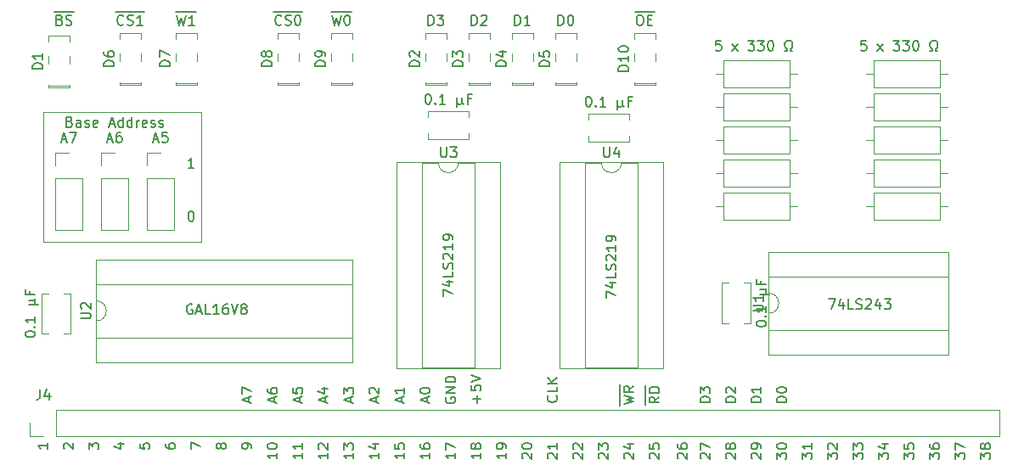
<source format=gbr>
G04 #@! TF.GenerationSoftware,KiCad,Pcbnew,(5.1.4-0-10_14)*
G04 #@! TF.CreationDate,2019-12-15T08:51:47-08:00*
G04 #@! TF.ProjectId,ram-32-word,72616d2d-3332-42d7-976f-72642e6b6963,rev?*
G04 #@! TF.SameCoordinates,Original*
G04 #@! TF.FileFunction,Legend,Top*
G04 #@! TF.FilePolarity,Positive*
%FSLAX46Y46*%
G04 Gerber Fmt 4.6, Leading zero omitted, Abs format (unit mm)*
G04 Created by KiCad (PCBNEW (5.1.4-0-10_14)) date 2019-12-15 08:51:47*
%MOMM*%
%LPD*%
G04 APERTURE LIST*
%ADD10C,0.150000*%
%ADD11C,0.120000*%
G04 APERTURE END LIST*
D10*
X156932380Y-149653523D02*
X156932380Y-149034476D01*
X157313333Y-149367809D01*
X157313333Y-149224952D01*
X157360952Y-149129714D01*
X157408571Y-149082095D01*
X157503809Y-149034476D01*
X157741904Y-149034476D01*
X157837142Y-149082095D01*
X157884761Y-149129714D01*
X157932380Y-149224952D01*
X157932380Y-149510666D01*
X157884761Y-149605904D01*
X157837142Y-149653523D01*
X157360952Y-148463047D02*
X157313333Y-148558285D01*
X157265714Y-148605904D01*
X157170476Y-148653523D01*
X157122857Y-148653523D01*
X157027619Y-148605904D01*
X156980000Y-148558285D01*
X156932380Y-148463047D01*
X156932380Y-148272571D01*
X156980000Y-148177333D01*
X157027619Y-148129714D01*
X157122857Y-148082095D01*
X157170476Y-148082095D01*
X157265714Y-148129714D01*
X157313333Y-148177333D01*
X157360952Y-148272571D01*
X157360952Y-148463047D01*
X157408571Y-148558285D01*
X157456190Y-148605904D01*
X157551428Y-148653523D01*
X157741904Y-148653523D01*
X157837142Y-148605904D01*
X157884761Y-148558285D01*
X157932380Y-148463047D01*
X157932380Y-148272571D01*
X157884761Y-148177333D01*
X157837142Y-148129714D01*
X157741904Y-148082095D01*
X157551428Y-148082095D01*
X157456190Y-148129714D01*
X157408571Y-148177333D01*
X157360952Y-148272571D01*
X154392380Y-149653523D02*
X154392380Y-149034476D01*
X154773333Y-149367809D01*
X154773333Y-149224952D01*
X154820952Y-149129714D01*
X154868571Y-149082095D01*
X154963809Y-149034476D01*
X155201904Y-149034476D01*
X155297142Y-149082095D01*
X155344761Y-149129714D01*
X155392380Y-149224952D01*
X155392380Y-149510666D01*
X155344761Y-149605904D01*
X155297142Y-149653523D01*
X154392380Y-148701142D02*
X154392380Y-148034476D01*
X155392380Y-148463047D01*
X151852380Y-149653523D02*
X151852380Y-149034476D01*
X152233333Y-149367809D01*
X152233333Y-149224952D01*
X152280952Y-149129714D01*
X152328571Y-149082095D01*
X152423809Y-149034476D01*
X152661904Y-149034476D01*
X152757142Y-149082095D01*
X152804761Y-149129714D01*
X152852380Y-149224952D01*
X152852380Y-149510666D01*
X152804761Y-149605904D01*
X152757142Y-149653523D01*
X151852380Y-148177333D02*
X151852380Y-148367809D01*
X151900000Y-148463047D01*
X151947619Y-148510666D01*
X152090476Y-148605904D01*
X152280952Y-148653523D01*
X152661904Y-148653523D01*
X152757142Y-148605904D01*
X152804761Y-148558285D01*
X152852380Y-148463047D01*
X152852380Y-148272571D01*
X152804761Y-148177333D01*
X152757142Y-148129714D01*
X152661904Y-148082095D01*
X152423809Y-148082095D01*
X152328571Y-148129714D01*
X152280952Y-148177333D01*
X152233333Y-148272571D01*
X152233333Y-148463047D01*
X152280952Y-148558285D01*
X152328571Y-148605904D01*
X152423809Y-148653523D01*
X149312380Y-149653523D02*
X149312380Y-149034476D01*
X149693333Y-149367809D01*
X149693333Y-149224952D01*
X149740952Y-149129714D01*
X149788571Y-149082095D01*
X149883809Y-149034476D01*
X150121904Y-149034476D01*
X150217142Y-149082095D01*
X150264761Y-149129714D01*
X150312380Y-149224952D01*
X150312380Y-149510666D01*
X150264761Y-149605904D01*
X150217142Y-149653523D01*
X149312380Y-148129714D02*
X149312380Y-148605904D01*
X149788571Y-148653523D01*
X149740952Y-148605904D01*
X149693333Y-148510666D01*
X149693333Y-148272571D01*
X149740952Y-148177333D01*
X149788571Y-148129714D01*
X149883809Y-148082095D01*
X150121904Y-148082095D01*
X150217142Y-148129714D01*
X150264761Y-148177333D01*
X150312380Y-148272571D01*
X150312380Y-148510666D01*
X150264761Y-148605904D01*
X150217142Y-148653523D01*
X146772380Y-149653523D02*
X146772380Y-149034476D01*
X147153333Y-149367809D01*
X147153333Y-149224952D01*
X147200952Y-149129714D01*
X147248571Y-149082095D01*
X147343809Y-149034476D01*
X147581904Y-149034476D01*
X147677142Y-149082095D01*
X147724761Y-149129714D01*
X147772380Y-149224952D01*
X147772380Y-149510666D01*
X147724761Y-149605904D01*
X147677142Y-149653523D01*
X147105714Y-148177333D02*
X147772380Y-148177333D01*
X146724761Y-148415428D02*
X147439047Y-148653523D01*
X147439047Y-148034476D01*
X144232380Y-149653523D02*
X144232380Y-149034476D01*
X144613333Y-149367809D01*
X144613333Y-149224952D01*
X144660952Y-149129714D01*
X144708571Y-149082095D01*
X144803809Y-149034476D01*
X145041904Y-149034476D01*
X145137142Y-149082095D01*
X145184761Y-149129714D01*
X145232380Y-149224952D01*
X145232380Y-149510666D01*
X145184761Y-149605904D01*
X145137142Y-149653523D01*
X144232380Y-148701142D02*
X144232380Y-148082095D01*
X144613333Y-148415428D01*
X144613333Y-148272571D01*
X144660952Y-148177333D01*
X144708571Y-148129714D01*
X144803809Y-148082095D01*
X145041904Y-148082095D01*
X145137142Y-148129714D01*
X145184761Y-148177333D01*
X145232380Y-148272571D01*
X145232380Y-148558285D01*
X145184761Y-148653523D01*
X145137142Y-148701142D01*
X141692380Y-149653523D02*
X141692380Y-149034476D01*
X142073333Y-149367809D01*
X142073333Y-149224952D01*
X142120952Y-149129714D01*
X142168571Y-149082095D01*
X142263809Y-149034476D01*
X142501904Y-149034476D01*
X142597142Y-149082095D01*
X142644761Y-149129714D01*
X142692380Y-149224952D01*
X142692380Y-149510666D01*
X142644761Y-149605904D01*
X142597142Y-149653523D01*
X141787619Y-148653523D02*
X141740000Y-148605904D01*
X141692380Y-148510666D01*
X141692380Y-148272571D01*
X141740000Y-148177333D01*
X141787619Y-148129714D01*
X141882857Y-148082095D01*
X141978095Y-148082095D01*
X142120952Y-148129714D01*
X142692380Y-148701142D01*
X142692380Y-148082095D01*
X139152380Y-149653523D02*
X139152380Y-149034476D01*
X139533333Y-149367809D01*
X139533333Y-149224952D01*
X139580952Y-149129714D01*
X139628571Y-149082095D01*
X139723809Y-149034476D01*
X139961904Y-149034476D01*
X140057142Y-149082095D01*
X140104761Y-149129714D01*
X140152380Y-149224952D01*
X140152380Y-149510666D01*
X140104761Y-149605904D01*
X140057142Y-149653523D01*
X140152380Y-148082095D02*
X140152380Y-148653523D01*
X140152380Y-148367809D02*
X139152380Y-148367809D01*
X139295238Y-148463047D01*
X139390476Y-148558285D01*
X139438095Y-148653523D01*
X136612380Y-149653523D02*
X136612380Y-149034476D01*
X136993333Y-149367809D01*
X136993333Y-149224952D01*
X137040952Y-149129714D01*
X137088571Y-149082095D01*
X137183809Y-149034476D01*
X137421904Y-149034476D01*
X137517142Y-149082095D01*
X137564761Y-149129714D01*
X137612380Y-149224952D01*
X137612380Y-149510666D01*
X137564761Y-149605904D01*
X137517142Y-149653523D01*
X136612380Y-148415428D02*
X136612380Y-148320190D01*
X136660000Y-148224952D01*
X136707619Y-148177333D01*
X136802857Y-148129714D01*
X136993333Y-148082095D01*
X137231428Y-148082095D01*
X137421904Y-148129714D01*
X137517142Y-148177333D01*
X137564761Y-148224952D01*
X137612380Y-148320190D01*
X137612380Y-148415428D01*
X137564761Y-148510666D01*
X137517142Y-148558285D01*
X137421904Y-148605904D01*
X137231428Y-148653523D01*
X136993333Y-148653523D01*
X136802857Y-148605904D01*
X136707619Y-148558285D01*
X136660000Y-148510666D01*
X136612380Y-148415428D01*
X134167619Y-149605904D02*
X134120000Y-149558285D01*
X134072380Y-149463047D01*
X134072380Y-149224952D01*
X134120000Y-149129714D01*
X134167619Y-149082095D01*
X134262857Y-149034476D01*
X134358095Y-149034476D01*
X134500952Y-149082095D01*
X135072380Y-149653523D01*
X135072380Y-149034476D01*
X135072380Y-148558285D02*
X135072380Y-148367809D01*
X135024761Y-148272571D01*
X134977142Y-148224952D01*
X134834285Y-148129714D01*
X134643809Y-148082095D01*
X134262857Y-148082095D01*
X134167619Y-148129714D01*
X134120000Y-148177333D01*
X134072380Y-148272571D01*
X134072380Y-148463047D01*
X134120000Y-148558285D01*
X134167619Y-148605904D01*
X134262857Y-148653523D01*
X134500952Y-148653523D01*
X134596190Y-148605904D01*
X134643809Y-148558285D01*
X134691428Y-148463047D01*
X134691428Y-148272571D01*
X134643809Y-148177333D01*
X134596190Y-148129714D01*
X134500952Y-148082095D01*
X131627619Y-149605904D02*
X131580000Y-149558285D01*
X131532380Y-149463047D01*
X131532380Y-149224952D01*
X131580000Y-149129714D01*
X131627619Y-149082095D01*
X131722857Y-149034476D01*
X131818095Y-149034476D01*
X131960952Y-149082095D01*
X132532380Y-149653523D01*
X132532380Y-149034476D01*
X131960952Y-148463047D02*
X131913333Y-148558285D01*
X131865714Y-148605904D01*
X131770476Y-148653523D01*
X131722857Y-148653523D01*
X131627619Y-148605904D01*
X131580000Y-148558285D01*
X131532380Y-148463047D01*
X131532380Y-148272571D01*
X131580000Y-148177333D01*
X131627619Y-148129714D01*
X131722857Y-148082095D01*
X131770476Y-148082095D01*
X131865714Y-148129714D01*
X131913333Y-148177333D01*
X131960952Y-148272571D01*
X131960952Y-148463047D01*
X132008571Y-148558285D01*
X132056190Y-148605904D01*
X132151428Y-148653523D01*
X132341904Y-148653523D01*
X132437142Y-148605904D01*
X132484761Y-148558285D01*
X132532380Y-148463047D01*
X132532380Y-148272571D01*
X132484761Y-148177333D01*
X132437142Y-148129714D01*
X132341904Y-148082095D01*
X132151428Y-148082095D01*
X132056190Y-148129714D01*
X132008571Y-148177333D01*
X131960952Y-148272571D01*
X129087619Y-149605904D02*
X129040000Y-149558285D01*
X128992380Y-149463047D01*
X128992380Y-149224952D01*
X129040000Y-149129714D01*
X129087619Y-149082095D01*
X129182857Y-149034476D01*
X129278095Y-149034476D01*
X129420952Y-149082095D01*
X129992380Y-149653523D01*
X129992380Y-149034476D01*
X128992380Y-148701142D02*
X128992380Y-148034476D01*
X129992380Y-148463047D01*
X126801619Y-149605904D02*
X126754000Y-149558285D01*
X126706380Y-149463047D01*
X126706380Y-149224952D01*
X126754000Y-149129714D01*
X126801619Y-149082095D01*
X126896857Y-149034476D01*
X126992095Y-149034476D01*
X127134952Y-149082095D01*
X127706380Y-149653523D01*
X127706380Y-149034476D01*
X126706380Y-148177333D02*
X126706380Y-148367809D01*
X126754000Y-148463047D01*
X126801619Y-148510666D01*
X126944476Y-148605904D01*
X127134952Y-148653523D01*
X127515904Y-148653523D01*
X127611142Y-148605904D01*
X127658761Y-148558285D01*
X127706380Y-148463047D01*
X127706380Y-148272571D01*
X127658761Y-148177333D01*
X127611142Y-148129714D01*
X127515904Y-148082095D01*
X127277809Y-148082095D01*
X127182571Y-148129714D01*
X127134952Y-148177333D01*
X127087333Y-148272571D01*
X127087333Y-148463047D01*
X127134952Y-148558285D01*
X127182571Y-148605904D01*
X127277809Y-148653523D01*
X124007619Y-149605904D02*
X123960000Y-149558285D01*
X123912380Y-149463047D01*
X123912380Y-149224952D01*
X123960000Y-149129714D01*
X124007619Y-149082095D01*
X124102857Y-149034476D01*
X124198095Y-149034476D01*
X124340952Y-149082095D01*
X124912380Y-149653523D01*
X124912380Y-149034476D01*
X123912380Y-148129714D02*
X123912380Y-148605904D01*
X124388571Y-148653523D01*
X124340952Y-148605904D01*
X124293333Y-148510666D01*
X124293333Y-148272571D01*
X124340952Y-148177333D01*
X124388571Y-148129714D01*
X124483809Y-148082095D01*
X124721904Y-148082095D01*
X124817142Y-148129714D01*
X124864761Y-148177333D01*
X124912380Y-148272571D01*
X124912380Y-148510666D01*
X124864761Y-148605904D01*
X124817142Y-148653523D01*
X121467619Y-149605904D02*
X121420000Y-149558285D01*
X121372380Y-149463047D01*
X121372380Y-149224952D01*
X121420000Y-149129714D01*
X121467619Y-149082095D01*
X121562857Y-149034476D01*
X121658095Y-149034476D01*
X121800952Y-149082095D01*
X122372380Y-149653523D01*
X122372380Y-149034476D01*
X121705714Y-148177333D02*
X122372380Y-148177333D01*
X121324761Y-148415428D02*
X122039047Y-148653523D01*
X122039047Y-148034476D01*
X118927619Y-149605904D02*
X118880000Y-149558285D01*
X118832380Y-149463047D01*
X118832380Y-149224952D01*
X118880000Y-149129714D01*
X118927619Y-149082095D01*
X119022857Y-149034476D01*
X119118095Y-149034476D01*
X119260952Y-149082095D01*
X119832380Y-149653523D01*
X119832380Y-149034476D01*
X118832380Y-148701142D02*
X118832380Y-148082095D01*
X119213333Y-148415428D01*
X119213333Y-148272571D01*
X119260952Y-148177333D01*
X119308571Y-148129714D01*
X119403809Y-148082095D01*
X119641904Y-148082095D01*
X119737142Y-148129714D01*
X119784761Y-148177333D01*
X119832380Y-148272571D01*
X119832380Y-148558285D01*
X119784761Y-148653523D01*
X119737142Y-148701142D01*
X116387619Y-149605904D02*
X116340000Y-149558285D01*
X116292380Y-149463047D01*
X116292380Y-149224952D01*
X116340000Y-149129714D01*
X116387619Y-149082095D01*
X116482857Y-149034476D01*
X116578095Y-149034476D01*
X116720952Y-149082095D01*
X117292380Y-149653523D01*
X117292380Y-149034476D01*
X116387619Y-148653523D02*
X116340000Y-148605904D01*
X116292380Y-148510666D01*
X116292380Y-148272571D01*
X116340000Y-148177333D01*
X116387619Y-148129714D01*
X116482857Y-148082095D01*
X116578095Y-148082095D01*
X116720952Y-148129714D01*
X117292380Y-148701142D01*
X117292380Y-148082095D01*
X113847619Y-149605904D02*
X113800000Y-149558285D01*
X113752380Y-149463047D01*
X113752380Y-149224952D01*
X113800000Y-149129714D01*
X113847619Y-149082095D01*
X113942857Y-149034476D01*
X114038095Y-149034476D01*
X114180952Y-149082095D01*
X114752380Y-149653523D01*
X114752380Y-149034476D01*
X114752380Y-148082095D02*
X114752380Y-148653523D01*
X114752380Y-148367809D02*
X113752380Y-148367809D01*
X113895238Y-148463047D01*
X113990476Y-148558285D01*
X114038095Y-148653523D01*
X111307619Y-149605904D02*
X111260000Y-149558285D01*
X111212380Y-149463047D01*
X111212380Y-149224952D01*
X111260000Y-149129714D01*
X111307619Y-149082095D01*
X111402857Y-149034476D01*
X111498095Y-149034476D01*
X111640952Y-149082095D01*
X112212380Y-149653523D01*
X112212380Y-149034476D01*
X111212380Y-148415428D02*
X111212380Y-148320190D01*
X111260000Y-148224952D01*
X111307619Y-148177333D01*
X111402857Y-148129714D01*
X111593333Y-148082095D01*
X111831428Y-148082095D01*
X112021904Y-148129714D01*
X112117142Y-148177333D01*
X112164761Y-148224952D01*
X112212380Y-148320190D01*
X112212380Y-148415428D01*
X112164761Y-148510666D01*
X112117142Y-148558285D01*
X112021904Y-148605904D01*
X111831428Y-148653523D01*
X111593333Y-148653523D01*
X111402857Y-148605904D01*
X111307619Y-148558285D01*
X111260000Y-148510666D01*
X111212380Y-148415428D01*
X109672380Y-149034476D02*
X109672380Y-149605904D01*
X109672380Y-149320190D02*
X108672380Y-149320190D01*
X108815238Y-149415428D01*
X108910476Y-149510666D01*
X108958095Y-149605904D01*
X109672380Y-148558285D02*
X109672380Y-148367809D01*
X109624761Y-148272571D01*
X109577142Y-148224952D01*
X109434285Y-148129714D01*
X109243809Y-148082095D01*
X108862857Y-148082095D01*
X108767619Y-148129714D01*
X108720000Y-148177333D01*
X108672380Y-148272571D01*
X108672380Y-148463047D01*
X108720000Y-148558285D01*
X108767619Y-148605904D01*
X108862857Y-148653523D01*
X109100952Y-148653523D01*
X109196190Y-148605904D01*
X109243809Y-148558285D01*
X109291428Y-148463047D01*
X109291428Y-148272571D01*
X109243809Y-148177333D01*
X109196190Y-148129714D01*
X109100952Y-148082095D01*
X107132380Y-149034476D02*
X107132380Y-149605904D01*
X107132380Y-149320190D02*
X106132380Y-149320190D01*
X106275238Y-149415428D01*
X106370476Y-149510666D01*
X106418095Y-149605904D01*
X106560952Y-148463047D02*
X106513333Y-148558285D01*
X106465714Y-148605904D01*
X106370476Y-148653523D01*
X106322857Y-148653523D01*
X106227619Y-148605904D01*
X106180000Y-148558285D01*
X106132380Y-148463047D01*
X106132380Y-148272571D01*
X106180000Y-148177333D01*
X106227619Y-148129714D01*
X106322857Y-148082095D01*
X106370476Y-148082095D01*
X106465714Y-148129714D01*
X106513333Y-148177333D01*
X106560952Y-148272571D01*
X106560952Y-148463047D01*
X106608571Y-148558285D01*
X106656190Y-148605904D01*
X106751428Y-148653523D01*
X106941904Y-148653523D01*
X107037142Y-148605904D01*
X107084761Y-148558285D01*
X107132380Y-148463047D01*
X107132380Y-148272571D01*
X107084761Y-148177333D01*
X107037142Y-148129714D01*
X106941904Y-148082095D01*
X106751428Y-148082095D01*
X106656190Y-148129714D01*
X106608571Y-148177333D01*
X106560952Y-148272571D01*
X104592380Y-149034476D02*
X104592380Y-149605904D01*
X104592380Y-149320190D02*
X103592380Y-149320190D01*
X103735238Y-149415428D01*
X103830476Y-149510666D01*
X103878095Y-149605904D01*
X103592380Y-148701142D02*
X103592380Y-148034476D01*
X104592380Y-148463047D01*
X102052380Y-149034476D02*
X102052380Y-149605904D01*
X102052380Y-149320190D02*
X101052380Y-149320190D01*
X101195238Y-149415428D01*
X101290476Y-149510666D01*
X101338095Y-149605904D01*
X101052380Y-148177333D02*
X101052380Y-148367809D01*
X101100000Y-148463047D01*
X101147619Y-148510666D01*
X101290476Y-148605904D01*
X101480952Y-148653523D01*
X101861904Y-148653523D01*
X101957142Y-148605904D01*
X102004761Y-148558285D01*
X102052380Y-148463047D01*
X102052380Y-148272571D01*
X102004761Y-148177333D01*
X101957142Y-148129714D01*
X101861904Y-148082095D01*
X101623809Y-148082095D01*
X101528571Y-148129714D01*
X101480952Y-148177333D01*
X101433333Y-148272571D01*
X101433333Y-148463047D01*
X101480952Y-148558285D01*
X101528571Y-148605904D01*
X101623809Y-148653523D01*
X99512380Y-149034476D02*
X99512380Y-149605904D01*
X99512380Y-149320190D02*
X98512380Y-149320190D01*
X98655238Y-149415428D01*
X98750476Y-149510666D01*
X98798095Y-149605904D01*
X98512380Y-148129714D02*
X98512380Y-148605904D01*
X98988571Y-148653523D01*
X98940952Y-148605904D01*
X98893333Y-148510666D01*
X98893333Y-148272571D01*
X98940952Y-148177333D01*
X98988571Y-148129714D01*
X99083809Y-148082095D01*
X99321904Y-148082095D01*
X99417142Y-148129714D01*
X99464761Y-148177333D01*
X99512380Y-148272571D01*
X99512380Y-148510666D01*
X99464761Y-148605904D01*
X99417142Y-148653523D01*
X96972380Y-149034476D02*
X96972380Y-149605904D01*
X96972380Y-149320190D02*
X95972380Y-149320190D01*
X96115238Y-149415428D01*
X96210476Y-149510666D01*
X96258095Y-149605904D01*
X96305714Y-148177333D02*
X96972380Y-148177333D01*
X95924761Y-148415428D02*
X96639047Y-148653523D01*
X96639047Y-148034476D01*
X94432380Y-149034476D02*
X94432380Y-149605904D01*
X94432380Y-149320190D02*
X93432380Y-149320190D01*
X93575238Y-149415428D01*
X93670476Y-149510666D01*
X93718095Y-149605904D01*
X93432380Y-148701142D02*
X93432380Y-148082095D01*
X93813333Y-148415428D01*
X93813333Y-148272571D01*
X93860952Y-148177333D01*
X93908571Y-148129714D01*
X94003809Y-148082095D01*
X94241904Y-148082095D01*
X94337142Y-148129714D01*
X94384761Y-148177333D01*
X94432380Y-148272571D01*
X94432380Y-148558285D01*
X94384761Y-148653523D01*
X94337142Y-148701142D01*
X91892380Y-149034476D02*
X91892380Y-149605904D01*
X91892380Y-149320190D02*
X90892380Y-149320190D01*
X91035238Y-149415428D01*
X91130476Y-149510666D01*
X91178095Y-149605904D01*
X90987619Y-148653523D02*
X90940000Y-148605904D01*
X90892380Y-148510666D01*
X90892380Y-148272571D01*
X90940000Y-148177333D01*
X90987619Y-148129714D01*
X91082857Y-148082095D01*
X91178095Y-148082095D01*
X91320952Y-148129714D01*
X91892380Y-148701142D01*
X91892380Y-148082095D01*
X89352380Y-149034476D02*
X89352380Y-149605904D01*
X89352380Y-149320190D02*
X88352380Y-149320190D01*
X88495238Y-149415428D01*
X88590476Y-149510666D01*
X88638095Y-149605904D01*
X89352380Y-148082095D02*
X89352380Y-148653523D01*
X89352380Y-148367809D02*
X88352380Y-148367809D01*
X88495238Y-148463047D01*
X88590476Y-148558285D01*
X88638095Y-148653523D01*
X86812380Y-149034476D02*
X86812380Y-149605904D01*
X86812380Y-149320190D02*
X85812380Y-149320190D01*
X85955238Y-149415428D01*
X86050476Y-149510666D01*
X86098095Y-149605904D01*
X85812380Y-148415428D02*
X85812380Y-148320190D01*
X85860000Y-148224952D01*
X85907619Y-148177333D01*
X86002857Y-148129714D01*
X86193333Y-148082095D01*
X86431428Y-148082095D01*
X86621904Y-148129714D01*
X86717142Y-148177333D01*
X86764761Y-148224952D01*
X86812380Y-148320190D01*
X86812380Y-148415428D01*
X86764761Y-148510666D01*
X86717142Y-148558285D01*
X86621904Y-148605904D01*
X86431428Y-148653523D01*
X86193333Y-148653523D01*
X86002857Y-148605904D01*
X85907619Y-148558285D01*
X85860000Y-148510666D01*
X85812380Y-148415428D01*
X84272380Y-148526476D02*
X84272380Y-148336000D01*
X84224761Y-148240761D01*
X84177142Y-148193142D01*
X84034285Y-148097904D01*
X83843809Y-148050285D01*
X83462857Y-148050285D01*
X83367619Y-148097904D01*
X83320000Y-148145523D01*
X83272380Y-148240761D01*
X83272380Y-148431238D01*
X83320000Y-148526476D01*
X83367619Y-148574095D01*
X83462857Y-148621714D01*
X83700952Y-148621714D01*
X83796190Y-148574095D01*
X83843809Y-148526476D01*
X83891428Y-148431238D01*
X83891428Y-148240761D01*
X83843809Y-148145523D01*
X83796190Y-148097904D01*
X83700952Y-148050285D01*
X81160952Y-148431238D02*
X81113333Y-148526476D01*
X81065714Y-148574095D01*
X80970476Y-148621714D01*
X80922857Y-148621714D01*
X80827619Y-148574095D01*
X80780000Y-148526476D01*
X80732380Y-148431238D01*
X80732380Y-148240761D01*
X80780000Y-148145523D01*
X80827619Y-148097904D01*
X80922857Y-148050285D01*
X80970476Y-148050285D01*
X81065714Y-148097904D01*
X81113333Y-148145523D01*
X81160952Y-148240761D01*
X81160952Y-148431238D01*
X81208571Y-148526476D01*
X81256190Y-148574095D01*
X81351428Y-148621714D01*
X81541904Y-148621714D01*
X81637142Y-148574095D01*
X81684761Y-148526476D01*
X81732380Y-148431238D01*
X81732380Y-148240761D01*
X81684761Y-148145523D01*
X81637142Y-148097904D01*
X81541904Y-148050285D01*
X81351428Y-148050285D01*
X81256190Y-148097904D01*
X81208571Y-148145523D01*
X81160952Y-148240761D01*
X78192380Y-148669333D02*
X78192380Y-148002666D01*
X79192380Y-148431238D01*
X75652380Y-148145523D02*
X75652380Y-148336000D01*
X75700000Y-148431238D01*
X75747619Y-148478857D01*
X75890476Y-148574095D01*
X76080952Y-148621714D01*
X76461904Y-148621714D01*
X76557142Y-148574095D01*
X76604761Y-148526476D01*
X76652380Y-148431238D01*
X76652380Y-148240761D01*
X76604761Y-148145523D01*
X76557142Y-148097904D01*
X76461904Y-148050285D01*
X76223809Y-148050285D01*
X76128571Y-148097904D01*
X76080952Y-148145523D01*
X76033333Y-148240761D01*
X76033333Y-148431238D01*
X76080952Y-148526476D01*
X76128571Y-148574095D01*
X76223809Y-148621714D01*
X73112380Y-148097904D02*
X73112380Y-148574095D01*
X73588571Y-148621714D01*
X73540952Y-148574095D01*
X73493333Y-148478857D01*
X73493333Y-148240761D01*
X73540952Y-148145523D01*
X73588571Y-148097904D01*
X73683809Y-148050285D01*
X73921904Y-148050285D01*
X74017142Y-148097904D01*
X74064761Y-148145523D01*
X74112380Y-148240761D01*
X74112380Y-148478857D01*
X74064761Y-148574095D01*
X74017142Y-148621714D01*
X70905714Y-148145523D02*
X71572380Y-148145523D01*
X70524761Y-148383619D02*
X71239047Y-148621714D01*
X71239047Y-148002666D01*
X68032380Y-148669333D02*
X68032380Y-148050285D01*
X68413333Y-148383619D01*
X68413333Y-148240761D01*
X68460952Y-148145523D01*
X68508571Y-148097904D01*
X68603809Y-148050285D01*
X68841904Y-148050285D01*
X68937142Y-148097904D01*
X68984761Y-148145523D01*
X69032380Y-148240761D01*
X69032380Y-148526476D01*
X68984761Y-148621714D01*
X68937142Y-148669333D01*
X65587619Y-148621714D02*
X65540000Y-148574095D01*
X65492380Y-148478857D01*
X65492380Y-148240761D01*
X65540000Y-148145523D01*
X65587619Y-148097904D01*
X65682857Y-148050285D01*
X65778095Y-148050285D01*
X65920952Y-148097904D01*
X66492380Y-148669333D01*
X66492380Y-148050285D01*
X63952380Y-148050285D02*
X63952380Y-148621714D01*
X63952380Y-148336000D02*
X62952380Y-148336000D01*
X63095238Y-148431238D01*
X63190476Y-148526476D01*
X63238095Y-148621714D01*
D11*
X79248000Y-115062000D02*
X63500000Y-115062000D01*
X79248000Y-128016000D02*
X79248000Y-115062000D01*
X63500000Y-128016000D02*
X79248000Y-128016000D01*
X63500000Y-115062000D02*
X63500000Y-128016000D01*
D10*
X78184380Y-124928380D02*
X78279619Y-124928380D01*
X78374857Y-124976000D01*
X78422476Y-125023619D01*
X78470095Y-125118857D01*
X78517714Y-125309333D01*
X78517714Y-125547428D01*
X78470095Y-125737904D01*
X78422476Y-125833142D01*
X78374857Y-125880761D01*
X78279619Y-125928380D01*
X78184380Y-125928380D01*
X78089142Y-125880761D01*
X78041523Y-125833142D01*
X77993904Y-125737904D01*
X77946285Y-125547428D01*
X77946285Y-125309333D01*
X77993904Y-125118857D01*
X78041523Y-125023619D01*
X78089142Y-124976000D01*
X78184380Y-124928380D01*
X78517714Y-120594380D02*
X77946285Y-120594380D01*
X78232000Y-120594380D02*
X78232000Y-119594380D01*
X78136761Y-119737238D01*
X78041523Y-119832476D01*
X77946285Y-119880095D01*
X74469714Y-117768666D02*
X74945904Y-117768666D01*
X74374476Y-118054380D02*
X74707809Y-117054380D01*
X75041142Y-118054380D01*
X75850666Y-117054380D02*
X75374476Y-117054380D01*
X75326857Y-117530571D01*
X75374476Y-117482952D01*
X75469714Y-117435333D01*
X75707809Y-117435333D01*
X75803047Y-117482952D01*
X75850666Y-117530571D01*
X75898285Y-117625809D01*
X75898285Y-117863904D01*
X75850666Y-117959142D01*
X75803047Y-118006761D01*
X75707809Y-118054380D01*
X75469714Y-118054380D01*
X75374476Y-118006761D01*
X75326857Y-117959142D01*
X69897714Y-117768666D02*
X70373904Y-117768666D01*
X69802476Y-118054380D02*
X70135809Y-117054380D01*
X70469142Y-118054380D01*
X71231047Y-117054380D02*
X71040571Y-117054380D01*
X70945333Y-117102000D01*
X70897714Y-117149619D01*
X70802476Y-117292476D01*
X70754857Y-117482952D01*
X70754857Y-117863904D01*
X70802476Y-117959142D01*
X70850095Y-118006761D01*
X70945333Y-118054380D01*
X71135809Y-118054380D01*
X71231047Y-118006761D01*
X71278666Y-117959142D01*
X71326285Y-117863904D01*
X71326285Y-117625809D01*
X71278666Y-117530571D01*
X71231047Y-117482952D01*
X71135809Y-117435333D01*
X70945333Y-117435333D01*
X70850095Y-117482952D01*
X70802476Y-117530571D01*
X70754857Y-117625809D01*
X65325714Y-117768666D02*
X65801904Y-117768666D01*
X65230476Y-118054380D02*
X65563809Y-117054380D01*
X65897142Y-118054380D01*
X66135238Y-117054380D02*
X66801904Y-117054380D01*
X66373333Y-118054380D01*
X66135809Y-116006571D02*
X66278666Y-116054190D01*
X66326285Y-116101809D01*
X66373904Y-116197047D01*
X66373904Y-116339904D01*
X66326285Y-116435142D01*
X66278666Y-116482761D01*
X66183428Y-116530380D01*
X65802476Y-116530380D01*
X65802476Y-115530380D01*
X66135809Y-115530380D01*
X66231047Y-115578000D01*
X66278666Y-115625619D01*
X66326285Y-115720857D01*
X66326285Y-115816095D01*
X66278666Y-115911333D01*
X66231047Y-115958952D01*
X66135809Y-116006571D01*
X65802476Y-116006571D01*
X67231047Y-116530380D02*
X67231047Y-116006571D01*
X67183428Y-115911333D01*
X67088190Y-115863714D01*
X66897714Y-115863714D01*
X66802476Y-115911333D01*
X67231047Y-116482761D02*
X67135809Y-116530380D01*
X66897714Y-116530380D01*
X66802476Y-116482761D01*
X66754857Y-116387523D01*
X66754857Y-116292285D01*
X66802476Y-116197047D01*
X66897714Y-116149428D01*
X67135809Y-116149428D01*
X67231047Y-116101809D01*
X67659619Y-116482761D02*
X67754857Y-116530380D01*
X67945333Y-116530380D01*
X68040571Y-116482761D01*
X68088190Y-116387523D01*
X68088190Y-116339904D01*
X68040571Y-116244666D01*
X67945333Y-116197047D01*
X67802476Y-116197047D01*
X67707238Y-116149428D01*
X67659619Y-116054190D01*
X67659619Y-116006571D01*
X67707238Y-115911333D01*
X67802476Y-115863714D01*
X67945333Y-115863714D01*
X68040571Y-115911333D01*
X68897714Y-116482761D02*
X68802476Y-116530380D01*
X68612000Y-116530380D01*
X68516761Y-116482761D01*
X68469142Y-116387523D01*
X68469142Y-116006571D01*
X68516761Y-115911333D01*
X68612000Y-115863714D01*
X68802476Y-115863714D01*
X68897714Y-115911333D01*
X68945333Y-116006571D01*
X68945333Y-116101809D01*
X68469142Y-116197047D01*
X70088190Y-116244666D02*
X70564380Y-116244666D01*
X69992952Y-116530380D02*
X70326285Y-115530380D01*
X70659619Y-116530380D01*
X71421523Y-116530380D02*
X71421523Y-115530380D01*
X71421523Y-116482761D02*
X71326285Y-116530380D01*
X71135809Y-116530380D01*
X71040571Y-116482761D01*
X70992952Y-116435142D01*
X70945333Y-116339904D01*
X70945333Y-116054190D01*
X70992952Y-115958952D01*
X71040571Y-115911333D01*
X71135809Y-115863714D01*
X71326285Y-115863714D01*
X71421523Y-115911333D01*
X72326285Y-116530380D02*
X72326285Y-115530380D01*
X72326285Y-116482761D02*
X72231047Y-116530380D01*
X72040571Y-116530380D01*
X71945333Y-116482761D01*
X71897714Y-116435142D01*
X71850095Y-116339904D01*
X71850095Y-116054190D01*
X71897714Y-115958952D01*
X71945333Y-115911333D01*
X72040571Y-115863714D01*
X72231047Y-115863714D01*
X72326285Y-115911333D01*
X72802476Y-116530380D02*
X72802476Y-115863714D01*
X72802476Y-116054190D02*
X72850095Y-115958952D01*
X72897714Y-115911333D01*
X72992952Y-115863714D01*
X73088190Y-115863714D01*
X73802476Y-116482761D02*
X73707238Y-116530380D01*
X73516761Y-116530380D01*
X73421523Y-116482761D01*
X73373904Y-116387523D01*
X73373904Y-116006571D01*
X73421523Y-115911333D01*
X73516761Y-115863714D01*
X73707238Y-115863714D01*
X73802476Y-115911333D01*
X73850095Y-116006571D01*
X73850095Y-116101809D01*
X73373904Y-116197047D01*
X74231047Y-116482761D02*
X74326285Y-116530380D01*
X74516761Y-116530380D01*
X74612000Y-116482761D01*
X74659619Y-116387523D01*
X74659619Y-116339904D01*
X74612000Y-116244666D01*
X74516761Y-116197047D01*
X74373904Y-116197047D01*
X74278666Y-116149428D01*
X74231047Y-116054190D01*
X74231047Y-116006571D01*
X74278666Y-115911333D01*
X74373904Y-115863714D01*
X74516761Y-115863714D01*
X74612000Y-115911333D01*
X75040571Y-116482761D02*
X75135809Y-116530380D01*
X75326285Y-116530380D01*
X75421523Y-116482761D01*
X75469142Y-116387523D01*
X75469142Y-116339904D01*
X75421523Y-116244666D01*
X75326285Y-116197047D01*
X75183428Y-116197047D01*
X75088190Y-116149428D01*
X75040571Y-116054190D01*
X75040571Y-116006571D01*
X75088190Y-115911333D01*
X75183428Y-115863714D01*
X75326285Y-115863714D01*
X75421523Y-115911333D01*
X145534476Y-107910380D02*
X145058285Y-107910380D01*
X145010666Y-108386571D01*
X145058285Y-108338952D01*
X145153523Y-108291333D01*
X145391619Y-108291333D01*
X145486857Y-108338952D01*
X145534476Y-108386571D01*
X145582095Y-108481809D01*
X145582095Y-108719904D01*
X145534476Y-108815142D01*
X145486857Y-108862761D01*
X145391619Y-108910380D01*
X145153523Y-108910380D01*
X145058285Y-108862761D01*
X145010666Y-108815142D01*
X146677333Y-108910380D02*
X147201142Y-108243714D01*
X146677333Y-108243714D02*
X147201142Y-108910380D01*
X148248761Y-107910380D02*
X148867809Y-107910380D01*
X148534476Y-108291333D01*
X148677333Y-108291333D01*
X148772571Y-108338952D01*
X148820190Y-108386571D01*
X148867809Y-108481809D01*
X148867809Y-108719904D01*
X148820190Y-108815142D01*
X148772571Y-108862761D01*
X148677333Y-108910380D01*
X148391619Y-108910380D01*
X148296380Y-108862761D01*
X148248761Y-108815142D01*
X149201142Y-107910380D02*
X149820190Y-107910380D01*
X149486857Y-108291333D01*
X149629714Y-108291333D01*
X149724952Y-108338952D01*
X149772571Y-108386571D01*
X149820190Y-108481809D01*
X149820190Y-108719904D01*
X149772571Y-108815142D01*
X149724952Y-108862761D01*
X149629714Y-108910380D01*
X149344000Y-108910380D01*
X149248761Y-108862761D01*
X149201142Y-108815142D01*
X150439238Y-107910380D02*
X150534476Y-107910380D01*
X150629714Y-107958000D01*
X150677333Y-108005619D01*
X150724952Y-108100857D01*
X150772571Y-108291333D01*
X150772571Y-108529428D01*
X150724952Y-108719904D01*
X150677333Y-108815142D01*
X150629714Y-108862761D01*
X150534476Y-108910380D01*
X150439238Y-108910380D01*
X150344000Y-108862761D01*
X150296380Y-108815142D01*
X150248761Y-108719904D01*
X150201142Y-108529428D01*
X150201142Y-108291333D01*
X150248761Y-108100857D01*
X150296380Y-108005619D01*
X150344000Y-107958000D01*
X150439238Y-107910380D01*
X151915428Y-108910380D02*
X152153523Y-108910380D01*
X152153523Y-108719904D01*
X152058285Y-108672285D01*
X151963047Y-108577047D01*
X151915428Y-108434190D01*
X151915428Y-108196095D01*
X151963047Y-108053238D01*
X152058285Y-107958000D01*
X152201142Y-107910380D01*
X152391619Y-107910380D01*
X152534476Y-107958000D01*
X152629714Y-108053238D01*
X152677333Y-108196095D01*
X152677333Y-108434190D01*
X152629714Y-108577047D01*
X152534476Y-108672285D01*
X152439238Y-108719904D01*
X152439238Y-108910380D01*
X152677333Y-108910380D01*
X131056476Y-107910380D02*
X130580285Y-107910380D01*
X130532666Y-108386571D01*
X130580285Y-108338952D01*
X130675523Y-108291333D01*
X130913619Y-108291333D01*
X131008857Y-108338952D01*
X131056476Y-108386571D01*
X131104095Y-108481809D01*
X131104095Y-108719904D01*
X131056476Y-108815142D01*
X131008857Y-108862761D01*
X130913619Y-108910380D01*
X130675523Y-108910380D01*
X130580285Y-108862761D01*
X130532666Y-108815142D01*
X132199333Y-108910380D02*
X132723142Y-108243714D01*
X132199333Y-108243714D02*
X132723142Y-108910380D01*
X133770761Y-107910380D02*
X134389809Y-107910380D01*
X134056476Y-108291333D01*
X134199333Y-108291333D01*
X134294571Y-108338952D01*
X134342190Y-108386571D01*
X134389809Y-108481809D01*
X134389809Y-108719904D01*
X134342190Y-108815142D01*
X134294571Y-108862761D01*
X134199333Y-108910380D01*
X133913619Y-108910380D01*
X133818380Y-108862761D01*
X133770761Y-108815142D01*
X134723142Y-107910380D02*
X135342190Y-107910380D01*
X135008857Y-108291333D01*
X135151714Y-108291333D01*
X135246952Y-108338952D01*
X135294571Y-108386571D01*
X135342190Y-108481809D01*
X135342190Y-108719904D01*
X135294571Y-108815142D01*
X135246952Y-108862761D01*
X135151714Y-108910380D01*
X134866000Y-108910380D01*
X134770761Y-108862761D01*
X134723142Y-108815142D01*
X135961238Y-107910380D02*
X136056476Y-107910380D01*
X136151714Y-107958000D01*
X136199333Y-108005619D01*
X136246952Y-108100857D01*
X136294571Y-108291333D01*
X136294571Y-108529428D01*
X136246952Y-108719904D01*
X136199333Y-108815142D01*
X136151714Y-108862761D01*
X136056476Y-108910380D01*
X135961238Y-108910380D01*
X135866000Y-108862761D01*
X135818380Y-108815142D01*
X135770761Y-108719904D01*
X135723142Y-108529428D01*
X135723142Y-108291333D01*
X135770761Y-108100857D01*
X135818380Y-108005619D01*
X135866000Y-107958000D01*
X135961238Y-107910380D01*
X137437428Y-108910380D02*
X137675523Y-108910380D01*
X137675523Y-108719904D01*
X137580285Y-108672285D01*
X137485047Y-108577047D01*
X137437428Y-108434190D01*
X137437428Y-108196095D01*
X137485047Y-108053238D01*
X137580285Y-107958000D01*
X137723142Y-107910380D01*
X137913619Y-107910380D01*
X138056476Y-107958000D01*
X138151714Y-108053238D01*
X138199333Y-108196095D01*
X138199333Y-108434190D01*
X138151714Y-108577047D01*
X138056476Y-108672285D01*
X137961238Y-108719904D01*
X137961238Y-108910380D01*
X138199333Y-108910380D01*
X122467809Y-105003000D02*
X123515428Y-105003000D01*
X122896380Y-105370380D02*
X123086857Y-105370380D01*
X123182095Y-105418000D01*
X123277333Y-105513238D01*
X123324952Y-105703714D01*
X123324952Y-106037047D01*
X123277333Y-106227523D01*
X123182095Y-106322761D01*
X123086857Y-106370380D01*
X122896380Y-106370380D01*
X122801142Y-106322761D01*
X122705904Y-106227523D01*
X122658285Y-106037047D01*
X122658285Y-105703714D01*
X122705904Y-105513238D01*
X122801142Y-105418000D01*
X122896380Y-105370380D01*
X123515428Y-105003000D02*
X124420190Y-105003000D01*
X123753523Y-105846571D02*
X124086857Y-105846571D01*
X124229714Y-106370380D02*
X123753523Y-106370380D01*
X123753523Y-105370380D01*
X124229714Y-105370380D01*
X114831904Y-106370380D02*
X114831904Y-105370380D01*
X115070000Y-105370380D01*
X115212857Y-105418000D01*
X115308095Y-105513238D01*
X115355714Y-105608476D01*
X115403333Y-105798952D01*
X115403333Y-105941809D01*
X115355714Y-106132285D01*
X115308095Y-106227523D01*
X115212857Y-106322761D01*
X115070000Y-106370380D01*
X114831904Y-106370380D01*
X116022380Y-105370380D02*
X116117619Y-105370380D01*
X116212857Y-105418000D01*
X116260476Y-105465619D01*
X116308095Y-105560857D01*
X116355714Y-105751333D01*
X116355714Y-105989428D01*
X116308095Y-106179904D01*
X116260476Y-106275142D01*
X116212857Y-106322761D01*
X116117619Y-106370380D01*
X116022380Y-106370380D01*
X115927142Y-106322761D01*
X115879523Y-106275142D01*
X115831904Y-106179904D01*
X115784285Y-105989428D01*
X115784285Y-105751333D01*
X115831904Y-105560857D01*
X115879523Y-105465619D01*
X115927142Y-105418000D01*
X116022380Y-105370380D01*
X110513904Y-106370380D02*
X110513904Y-105370380D01*
X110752000Y-105370380D01*
X110894857Y-105418000D01*
X110990095Y-105513238D01*
X111037714Y-105608476D01*
X111085333Y-105798952D01*
X111085333Y-105941809D01*
X111037714Y-106132285D01*
X110990095Y-106227523D01*
X110894857Y-106322761D01*
X110752000Y-106370380D01*
X110513904Y-106370380D01*
X112037714Y-106370380D02*
X111466285Y-106370380D01*
X111752000Y-106370380D02*
X111752000Y-105370380D01*
X111656761Y-105513238D01*
X111561523Y-105608476D01*
X111466285Y-105656095D01*
X106195904Y-106370380D02*
X106195904Y-105370380D01*
X106434000Y-105370380D01*
X106576857Y-105418000D01*
X106672095Y-105513238D01*
X106719714Y-105608476D01*
X106767333Y-105798952D01*
X106767333Y-105941809D01*
X106719714Y-106132285D01*
X106672095Y-106227523D01*
X106576857Y-106322761D01*
X106434000Y-106370380D01*
X106195904Y-106370380D01*
X107148285Y-105465619D02*
X107195904Y-105418000D01*
X107291142Y-105370380D01*
X107529238Y-105370380D01*
X107624476Y-105418000D01*
X107672095Y-105465619D01*
X107719714Y-105560857D01*
X107719714Y-105656095D01*
X107672095Y-105798952D01*
X107100666Y-106370380D01*
X107719714Y-106370380D01*
X101877904Y-106370380D02*
X101877904Y-105370380D01*
X102116000Y-105370380D01*
X102258857Y-105418000D01*
X102354095Y-105513238D01*
X102401714Y-105608476D01*
X102449333Y-105798952D01*
X102449333Y-105941809D01*
X102401714Y-106132285D01*
X102354095Y-106227523D01*
X102258857Y-106322761D01*
X102116000Y-106370380D01*
X101877904Y-106370380D01*
X102782666Y-105370380D02*
X103401714Y-105370380D01*
X103068380Y-105751333D01*
X103211238Y-105751333D01*
X103306476Y-105798952D01*
X103354095Y-105846571D01*
X103401714Y-105941809D01*
X103401714Y-106179904D01*
X103354095Y-106275142D01*
X103306476Y-106322761D01*
X103211238Y-106370380D01*
X102925523Y-106370380D01*
X102830285Y-106322761D01*
X102782666Y-106275142D01*
X92170380Y-105003000D02*
X93313238Y-105003000D01*
X92313238Y-105370380D02*
X92551333Y-106370380D01*
X92741809Y-105656095D01*
X92932285Y-106370380D01*
X93170380Y-105370380D01*
X93313238Y-105003000D02*
X94265619Y-105003000D01*
X93741809Y-105370380D02*
X93837047Y-105370380D01*
X93932285Y-105418000D01*
X93979904Y-105465619D01*
X94027523Y-105560857D01*
X94075142Y-105751333D01*
X94075142Y-105989428D01*
X94027523Y-106179904D01*
X93979904Y-106275142D01*
X93932285Y-106322761D01*
X93837047Y-106370380D01*
X93741809Y-106370380D01*
X93646571Y-106322761D01*
X93598952Y-106275142D01*
X93551333Y-106179904D01*
X93503714Y-105989428D01*
X93503714Y-105751333D01*
X93551333Y-105560857D01*
X93598952Y-105465619D01*
X93646571Y-105418000D01*
X93741809Y-105370380D01*
X86431619Y-105003000D02*
X87431619Y-105003000D01*
X87241142Y-106275142D02*
X87193523Y-106322761D01*
X87050666Y-106370380D01*
X86955428Y-106370380D01*
X86812571Y-106322761D01*
X86717333Y-106227523D01*
X86669714Y-106132285D01*
X86622095Y-105941809D01*
X86622095Y-105798952D01*
X86669714Y-105608476D01*
X86717333Y-105513238D01*
X86812571Y-105418000D01*
X86955428Y-105370380D01*
X87050666Y-105370380D01*
X87193523Y-105418000D01*
X87241142Y-105465619D01*
X87431619Y-105003000D02*
X88384000Y-105003000D01*
X87622095Y-106322761D02*
X87764952Y-106370380D01*
X88003047Y-106370380D01*
X88098285Y-106322761D01*
X88145904Y-106275142D01*
X88193523Y-106179904D01*
X88193523Y-106084666D01*
X88145904Y-105989428D01*
X88098285Y-105941809D01*
X88003047Y-105894190D01*
X87812571Y-105846571D01*
X87717333Y-105798952D01*
X87669714Y-105751333D01*
X87622095Y-105656095D01*
X87622095Y-105560857D01*
X87669714Y-105465619D01*
X87717333Y-105418000D01*
X87812571Y-105370380D01*
X88050666Y-105370380D01*
X88193523Y-105418000D01*
X88384000Y-105003000D02*
X89336380Y-105003000D01*
X88812571Y-105370380D02*
X88907809Y-105370380D01*
X89003047Y-105418000D01*
X89050666Y-105465619D01*
X89098285Y-105560857D01*
X89145904Y-105751333D01*
X89145904Y-105989428D01*
X89098285Y-106179904D01*
X89050666Y-106275142D01*
X89003047Y-106322761D01*
X88907809Y-106370380D01*
X88812571Y-106370380D01*
X88717333Y-106322761D01*
X88669714Y-106275142D01*
X88622095Y-106179904D01*
X88574476Y-105989428D01*
X88574476Y-105751333D01*
X88622095Y-105560857D01*
X88669714Y-105465619D01*
X88717333Y-105418000D01*
X88812571Y-105370380D01*
X76676380Y-105003000D02*
X77819238Y-105003000D01*
X76819238Y-105370380D02*
X77057333Y-106370380D01*
X77247809Y-105656095D01*
X77438285Y-106370380D01*
X77676380Y-105370380D01*
X77819238Y-105003000D02*
X78771619Y-105003000D01*
X78581142Y-106370380D02*
X78009714Y-106370380D01*
X78295428Y-106370380D02*
X78295428Y-105370380D01*
X78200190Y-105513238D01*
X78104952Y-105608476D01*
X78009714Y-105656095D01*
X70683619Y-105003000D02*
X71683619Y-105003000D01*
X71493142Y-106275142D02*
X71445523Y-106322761D01*
X71302666Y-106370380D01*
X71207428Y-106370380D01*
X71064571Y-106322761D01*
X70969333Y-106227523D01*
X70921714Y-106132285D01*
X70874095Y-105941809D01*
X70874095Y-105798952D01*
X70921714Y-105608476D01*
X70969333Y-105513238D01*
X71064571Y-105418000D01*
X71207428Y-105370380D01*
X71302666Y-105370380D01*
X71445523Y-105418000D01*
X71493142Y-105465619D01*
X71683619Y-105003000D02*
X72636000Y-105003000D01*
X71874095Y-106322761D02*
X72016952Y-106370380D01*
X72255047Y-106370380D01*
X72350285Y-106322761D01*
X72397904Y-106275142D01*
X72445523Y-106179904D01*
X72445523Y-106084666D01*
X72397904Y-105989428D01*
X72350285Y-105941809D01*
X72255047Y-105894190D01*
X72064571Y-105846571D01*
X71969333Y-105798952D01*
X71921714Y-105751333D01*
X71874095Y-105656095D01*
X71874095Y-105560857D01*
X71921714Y-105465619D01*
X71969333Y-105418000D01*
X72064571Y-105370380D01*
X72302666Y-105370380D01*
X72445523Y-105418000D01*
X72636000Y-105003000D02*
X73588380Y-105003000D01*
X73397904Y-106370380D02*
X72826476Y-106370380D01*
X73112190Y-106370380D02*
X73112190Y-105370380D01*
X73016952Y-105513238D01*
X72921714Y-105608476D01*
X72826476Y-105656095D01*
X64555809Y-105003000D02*
X65555809Y-105003000D01*
X65127238Y-105846571D02*
X65270095Y-105894190D01*
X65317714Y-105941809D01*
X65365333Y-106037047D01*
X65365333Y-106179904D01*
X65317714Y-106275142D01*
X65270095Y-106322761D01*
X65174857Y-106370380D01*
X64793904Y-106370380D01*
X64793904Y-105370380D01*
X65127238Y-105370380D01*
X65222476Y-105418000D01*
X65270095Y-105465619D01*
X65317714Y-105560857D01*
X65317714Y-105656095D01*
X65270095Y-105751333D01*
X65222476Y-105798952D01*
X65127238Y-105846571D01*
X64793904Y-105846571D01*
X65555809Y-105003000D02*
X66508190Y-105003000D01*
X65746285Y-106322761D02*
X65889142Y-106370380D01*
X66127238Y-106370380D01*
X66222476Y-106322761D01*
X66270095Y-106275142D01*
X66317714Y-106179904D01*
X66317714Y-106084666D01*
X66270095Y-105989428D01*
X66222476Y-105941809D01*
X66127238Y-105894190D01*
X65936761Y-105846571D01*
X65841523Y-105798952D01*
X65793904Y-105751333D01*
X65746285Y-105656095D01*
X65746285Y-105560857D01*
X65793904Y-105465619D01*
X65841523Y-105418000D01*
X65936761Y-105370380D01*
X66174857Y-105370380D01*
X66317714Y-105418000D01*
X137612380Y-143994095D02*
X136612380Y-143994095D01*
X136612380Y-143756000D01*
X136660000Y-143613142D01*
X136755238Y-143517904D01*
X136850476Y-143470285D01*
X137040952Y-143422666D01*
X137183809Y-143422666D01*
X137374285Y-143470285D01*
X137469523Y-143517904D01*
X137564761Y-143613142D01*
X137612380Y-143756000D01*
X137612380Y-143994095D01*
X136612380Y-142803619D02*
X136612380Y-142708380D01*
X136660000Y-142613142D01*
X136707619Y-142565523D01*
X136802857Y-142517904D01*
X136993333Y-142470285D01*
X137231428Y-142470285D01*
X137421904Y-142517904D01*
X137517142Y-142565523D01*
X137564761Y-142613142D01*
X137612380Y-142708380D01*
X137612380Y-142803619D01*
X137564761Y-142898857D01*
X137517142Y-142946476D01*
X137421904Y-142994095D01*
X137231428Y-143041714D01*
X136993333Y-143041714D01*
X136802857Y-142994095D01*
X136707619Y-142946476D01*
X136660000Y-142898857D01*
X136612380Y-142803619D01*
X135072380Y-143994095D02*
X134072380Y-143994095D01*
X134072380Y-143756000D01*
X134120000Y-143613142D01*
X134215238Y-143517904D01*
X134310476Y-143470285D01*
X134500952Y-143422666D01*
X134643809Y-143422666D01*
X134834285Y-143470285D01*
X134929523Y-143517904D01*
X135024761Y-143613142D01*
X135072380Y-143756000D01*
X135072380Y-143994095D01*
X135072380Y-142470285D02*
X135072380Y-143041714D01*
X135072380Y-142756000D02*
X134072380Y-142756000D01*
X134215238Y-142851238D01*
X134310476Y-142946476D01*
X134358095Y-143041714D01*
X132532380Y-143994095D02*
X131532380Y-143994095D01*
X131532380Y-143756000D01*
X131580000Y-143613142D01*
X131675238Y-143517904D01*
X131770476Y-143470285D01*
X131960952Y-143422666D01*
X132103809Y-143422666D01*
X132294285Y-143470285D01*
X132389523Y-143517904D01*
X132484761Y-143613142D01*
X132532380Y-143756000D01*
X132532380Y-143994095D01*
X131627619Y-143041714D02*
X131580000Y-142994095D01*
X131532380Y-142898857D01*
X131532380Y-142660761D01*
X131580000Y-142565523D01*
X131627619Y-142517904D01*
X131722857Y-142470285D01*
X131818095Y-142470285D01*
X131960952Y-142517904D01*
X132532380Y-143089333D01*
X132532380Y-142470285D01*
X129992380Y-143994095D02*
X128992380Y-143994095D01*
X128992380Y-143756000D01*
X129040000Y-143613142D01*
X129135238Y-143517904D01*
X129230476Y-143470285D01*
X129420952Y-143422666D01*
X129563809Y-143422666D01*
X129754285Y-143470285D01*
X129849523Y-143517904D01*
X129944761Y-143613142D01*
X129992380Y-143756000D01*
X129992380Y-143994095D01*
X128992380Y-143089333D02*
X128992380Y-142470285D01*
X129373333Y-142803619D01*
X129373333Y-142660761D01*
X129420952Y-142565523D01*
X129468571Y-142517904D01*
X129563809Y-142470285D01*
X129801904Y-142470285D01*
X129897142Y-142517904D01*
X129944761Y-142565523D01*
X129992380Y-142660761D01*
X129992380Y-142946476D01*
X129944761Y-143041714D01*
X129897142Y-143089333D01*
X123545000Y-144256000D02*
X123545000Y-143256000D01*
X124912380Y-143446476D02*
X124436190Y-143779809D01*
X124912380Y-144017904D02*
X123912380Y-144017904D01*
X123912380Y-143636952D01*
X123960000Y-143541714D01*
X124007619Y-143494095D01*
X124102857Y-143446476D01*
X124245714Y-143446476D01*
X124340952Y-143494095D01*
X124388571Y-143541714D01*
X124436190Y-143636952D01*
X124436190Y-144017904D01*
X123545000Y-143256000D02*
X123545000Y-142256000D01*
X124912380Y-143017904D02*
X123912380Y-143017904D01*
X123912380Y-142779809D01*
X123960000Y-142636952D01*
X124055238Y-142541714D01*
X124150476Y-142494095D01*
X124340952Y-142446476D01*
X124483809Y-142446476D01*
X124674285Y-142494095D01*
X124769523Y-142541714D01*
X124864761Y-142636952D01*
X124912380Y-142779809D01*
X124912380Y-143017904D01*
X121005000Y-144327428D02*
X121005000Y-143184571D01*
X121372380Y-144184571D02*
X122372380Y-143946476D01*
X121658095Y-143756000D01*
X122372380Y-143565523D01*
X121372380Y-143327428D01*
X121005000Y-143184571D02*
X121005000Y-142184571D01*
X122372380Y-142375047D02*
X121896190Y-142708380D01*
X122372380Y-142946476D02*
X121372380Y-142946476D01*
X121372380Y-142565523D01*
X121420000Y-142470285D01*
X121467619Y-142422666D01*
X121562857Y-142375047D01*
X121705714Y-142375047D01*
X121800952Y-142422666D01*
X121848571Y-142470285D01*
X121896190Y-142565523D01*
X121896190Y-142946476D01*
X114657142Y-143343238D02*
X114704761Y-143390857D01*
X114752380Y-143533714D01*
X114752380Y-143628952D01*
X114704761Y-143771809D01*
X114609523Y-143867047D01*
X114514285Y-143914666D01*
X114323809Y-143962285D01*
X114180952Y-143962285D01*
X113990476Y-143914666D01*
X113895238Y-143867047D01*
X113800000Y-143771809D01*
X113752380Y-143628952D01*
X113752380Y-143533714D01*
X113800000Y-143390857D01*
X113847619Y-143343238D01*
X114752380Y-142438476D02*
X114752380Y-142914666D01*
X113752380Y-142914666D01*
X114752380Y-142105142D02*
X113752380Y-142105142D01*
X114752380Y-141533714D02*
X114180952Y-141962285D01*
X113752380Y-141533714D02*
X114323809Y-142105142D01*
X106751428Y-144033714D02*
X106751428Y-143271809D01*
X107132380Y-143652761D02*
X106370476Y-143652761D01*
X106132380Y-142319428D02*
X106132380Y-142795619D01*
X106608571Y-142843238D01*
X106560952Y-142795619D01*
X106513333Y-142700380D01*
X106513333Y-142462285D01*
X106560952Y-142367047D01*
X106608571Y-142319428D01*
X106703809Y-142271809D01*
X106941904Y-142271809D01*
X107037142Y-142319428D01*
X107084761Y-142367047D01*
X107132380Y-142462285D01*
X107132380Y-142700380D01*
X107084761Y-142795619D01*
X107037142Y-142843238D01*
X106132380Y-141986095D02*
X107132380Y-141652761D01*
X106132380Y-141319428D01*
X103640000Y-143509904D02*
X103592380Y-143605142D01*
X103592380Y-143748000D01*
X103640000Y-143890857D01*
X103735238Y-143986095D01*
X103830476Y-144033714D01*
X104020952Y-144081333D01*
X104163809Y-144081333D01*
X104354285Y-144033714D01*
X104449523Y-143986095D01*
X104544761Y-143890857D01*
X104592380Y-143748000D01*
X104592380Y-143652761D01*
X104544761Y-143509904D01*
X104497142Y-143462285D01*
X104163809Y-143462285D01*
X104163809Y-143652761D01*
X104592380Y-143033714D02*
X103592380Y-143033714D01*
X104592380Y-142462285D01*
X103592380Y-142462285D01*
X104592380Y-141986095D02*
X103592380Y-141986095D01*
X103592380Y-141748000D01*
X103640000Y-141605142D01*
X103735238Y-141509904D01*
X103830476Y-141462285D01*
X104020952Y-141414666D01*
X104163809Y-141414666D01*
X104354285Y-141462285D01*
X104449523Y-141509904D01*
X104544761Y-141605142D01*
X104592380Y-141748000D01*
X104592380Y-141986095D01*
X101766666Y-143970285D02*
X101766666Y-143494095D01*
X102052380Y-144065523D02*
X101052380Y-143732190D01*
X102052380Y-143398857D01*
X101052380Y-142875047D02*
X101052380Y-142779809D01*
X101100000Y-142684571D01*
X101147619Y-142636952D01*
X101242857Y-142589333D01*
X101433333Y-142541714D01*
X101671428Y-142541714D01*
X101861904Y-142589333D01*
X101957142Y-142636952D01*
X102004761Y-142684571D01*
X102052380Y-142779809D01*
X102052380Y-142875047D01*
X102004761Y-142970285D01*
X101957142Y-143017904D01*
X101861904Y-143065523D01*
X101671428Y-143113142D01*
X101433333Y-143113142D01*
X101242857Y-143065523D01*
X101147619Y-143017904D01*
X101100000Y-142970285D01*
X101052380Y-142875047D01*
X99226666Y-143970285D02*
X99226666Y-143494095D01*
X99512380Y-144065523D02*
X98512380Y-143732190D01*
X99512380Y-143398857D01*
X99512380Y-142541714D02*
X99512380Y-143113142D01*
X99512380Y-142827428D02*
X98512380Y-142827428D01*
X98655238Y-142922666D01*
X98750476Y-143017904D01*
X98798095Y-143113142D01*
X96686666Y-143970285D02*
X96686666Y-143494095D01*
X96972380Y-144065523D02*
X95972380Y-143732190D01*
X96972380Y-143398857D01*
X96067619Y-143113142D02*
X96020000Y-143065523D01*
X95972380Y-142970285D01*
X95972380Y-142732190D01*
X96020000Y-142636952D01*
X96067619Y-142589333D01*
X96162857Y-142541714D01*
X96258095Y-142541714D01*
X96400952Y-142589333D01*
X96972380Y-143160761D01*
X96972380Y-142541714D01*
X94146666Y-143970285D02*
X94146666Y-143494095D01*
X94432380Y-144065523D02*
X93432380Y-143732190D01*
X94432380Y-143398857D01*
X93432380Y-143160761D02*
X93432380Y-142541714D01*
X93813333Y-142875047D01*
X93813333Y-142732190D01*
X93860952Y-142636952D01*
X93908571Y-142589333D01*
X94003809Y-142541714D01*
X94241904Y-142541714D01*
X94337142Y-142589333D01*
X94384761Y-142636952D01*
X94432380Y-142732190D01*
X94432380Y-143017904D01*
X94384761Y-143113142D01*
X94337142Y-143160761D01*
X91606666Y-143970285D02*
X91606666Y-143494095D01*
X91892380Y-144065523D02*
X90892380Y-143732190D01*
X91892380Y-143398857D01*
X91225714Y-142636952D02*
X91892380Y-142636952D01*
X90844761Y-142875047D02*
X91559047Y-143113142D01*
X91559047Y-142494095D01*
X89066666Y-143970285D02*
X89066666Y-143494095D01*
X89352380Y-144065523D02*
X88352380Y-143732190D01*
X89352380Y-143398857D01*
X88352380Y-142589333D02*
X88352380Y-143065523D01*
X88828571Y-143113142D01*
X88780952Y-143065523D01*
X88733333Y-142970285D01*
X88733333Y-142732190D01*
X88780952Y-142636952D01*
X88828571Y-142589333D01*
X88923809Y-142541714D01*
X89161904Y-142541714D01*
X89257142Y-142589333D01*
X89304761Y-142636952D01*
X89352380Y-142732190D01*
X89352380Y-142970285D01*
X89304761Y-143065523D01*
X89257142Y-143113142D01*
X86526666Y-143970285D02*
X86526666Y-143494095D01*
X86812380Y-144065523D02*
X85812380Y-143732190D01*
X86812380Y-143398857D01*
X85812380Y-142636952D02*
X85812380Y-142827428D01*
X85860000Y-142922666D01*
X85907619Y-142970285D01*
X86050476Y-143065523D01*
X86240952Y-143113142D01*
X86621904Y-143113142D01*
X86717142Y-143065523D01*
X86764761Y-143017904D01*
X86812380Y-142922666D01*
X86812380Y-142732190D01*
X86764761Y-142636952D01*
X86717142Y-142589333D01*
X86621904Y-142541714D01*
X86383809Y-142541714D01*
X86288571Y-142589333D01*
X86240952Y-142636952D01*
X86193333Y-142732190D01*
X86193333Y-142922666D01*
X86240952Y-143017904D01*
X86288571Y-143065523D01*
X86383809Y-143113142D01*
X83986666Y-143970285D02*
X83986666Y-143494095D01*
X84272380Y-144065523D02*
X83272380Y-143732190D01*
X84272380Y-143398857D01*
X83272380Y-143160761D02*
X83272380Y-142494095D01*
X84272380Y-142922666D01*
D11*
X153646000Y-124460000D02*
X152876000Y-124460000D01*
X145566000Y-124460000D02*
X146336000Y-124460000D01*
X152876000Y-123090000D02*
X146336000Y-123090000D01*
X152876000Y-125830000D02*
X152876000Y-123090000D01*
X146336000Y-125830000D02*
X152876000Y-125830000D01*
X146336000Y-123090000D02*
X146336000Y-125830000D01*
X153646000Y-121158000D02*
X152876000Y-121158000D01*
X145566000Y-121158000D02*
X146336000Y-121158000D01*
X152876000Y-119788000D02*
X146336000Y-119788000D01*
X152876000Y-122528000D02*
X152876000Y-119788000D01*
X146336000Y-122528000D02*
X152876000Y-122528000D01*
X146336000Y-119788000D02*
X146336000Y-122528000D01*
X153646000Y-117856000D02*
X152876000Y-117856000D01*
X145566000Y-117856000D02*
X146336000Y-117856000D01*
X152876000Y-116486000D02*
X146336000Y-116486000D01*
X152876000Y-119226000D02*
X152876000Y-116486000D01*
X146336000Y-119226000D02*
X152876000Y-119226000D01*
X146336000Y-116486000D02*
X146336000Y-119226000D01*
X153646000Y-114554000D02*
X152876000Y-114554000D01*
X145566000Y-114554000D02*
X146336000Y-114554000D01*
X152876000Y-113184000D02*
X146336000Y-113184000D01*
X152876000Y-115924000D02*
X152876000Y-113184000D01*
X146336000Y-115924000D02*
X152876000Y-115924000D01*
X146336000Y-113184000D02*
X146336000Y-115924000D01*
X153646000Y-111252000D02*
X152876000Y-111252000D01*
X145566000Y-111252000D02*
X146336000Y-111252000D01*
X152876000Y-109882000D02*
X146336000Y-109882000D01*
X152876000Y-112622000D02*
X152876000Y-109882000D01*
X146336000Y-112622000D02*
X152876000Y-112622000D01*
X146336000Y-109882000D02*
X146336000Y-112622000D01*
X138660000Y-124460000D02*
X137890000Y-124460000D01*
X130580000Y-124460000D02*
X131350000Y-124460000D01*
X137890000Y-123090000D02*
X131350000Y-123090000D01*
X137890000Y-125830000D02*
X137890000Y-123090000D01*
X131350000Y-125830000D02*
X137890000Y-125830000D01*
X131350000Y-123090000D02*
X131350000Y-125830000D01*
X138660000Y-121158000D02*
X137890000Y-121158000D01*
X130580000Y-121158000D02*
X131350000Y-121158000D01*
X137890000Y-119788000D02*
X131350000Y-119788000D01*
X137890000Y-122528000D02*
X137890000Y-119788000D01*
X131350000Y-122528000D02*
X137890000Y-122528000D01*
X131350000Y-119788000D02*
X131350000Y-122528000D01*
X138660000Y-117856000D02*
X137890000Y-117856000D01*
X130580000Y-117856000D02*
X131350000Y-117856000D01*
X137890000Y-116486000D02*
X131350000Y-116486000D01*
X137890000Y-119226000D02*
X137890000Y-116486000D01*
X131350000Y-119226000D02*
X137890000Y-119226000D01*
X131350000Y-116486000D02*
X131350000Y-119226000D01*
X138660000Y-114554000D02*
X137890000Y-114554000D01*
X130580000Y-114554000D02*
X131350000Y-114554000D01*
X137890000Y-113184000D02*
X131350000Y-113184000D01*
X137890000Y-115924000D02*
X137890000Y-113184000D01*
X131350000Y-115924000D02*
X137890000Y-115924000D01*
X131350000Y-113184000D02*
X131350000Y-115924000D01*
X138660000Y-111252000D02*
X137890000Y-111252000D01*
X130580000Y-111252000D02*
X131350000Y-111252000D01*
X137890000Y-109882000D02*
X131350000Y-109882000D01*
X137890000Y-112622000D02*
X137890000Y-109882000D01*
X131350000Y-112622000D02*
X137890000Y-112622000D01*
X131350000Y-109882000D02*
X131350000Y-112622000D01*
X101886000Y-115537000D02*
X101886000Y-114912000D01*
X101886000Y-117752000D02*
X101886000Y-117127000D01*
X105926000Y-115537000D02*
X105926000Y-114912000D01*
X105926000Y-117752000D02*
X105926000Y-117127000D01*
X105926000Y-114912000D02*
X101886000Y-114912000D01*
X105926000Y-117752000D02*
X101886000Y-117752000D01*
X117888000Y-115791000D02*
X117888000Y-115166000D01*
X117888000Y-118006000D02*
X117888000Y-117381000D01*
X121928000Y-115791000D02*
X121928000Y-115166000D01*
X121928000Y-118006000D02*
X121928000Y-117381000D01*
X121928000Y-115166000D02*
X117888000Y-115166000D01*
X121928000Y-118006000D02*
X117888000Y-118006000D01*
X65565000Y-133128000D02*
X66190000Y-133128000D01*
X63350000Y-133128000D02*
X63975000Y-133128000D01*
X65565000Y-137168000D02*
X66190000Y-137168000D01*
X63350000Y-137168000D02*
X63975000Y-137168000D01*
X66190000Y-137168000D02*
X66190000Y-133128000D01*
X63350000Y-137168000D02*
X63350000Y-133128000D01*
X131793000Y-136112000D02*
X131168000Y-136112000D01*
X134008000Y-136112000D02*
X133383000Y-136112000D01*
X131793000Y-132072000D02*
X131168000Y-132072000D01*
X134008000Y-132072000D02*
X133383000Y-132072000D01*
X131168000Y-132072000D02*
X131168000Y-136112000D01*
X134008000Y-132072000D02*
X134008000Y-136112000D01*
X125282000Y-120022000D02*
X115002000Y-120022000D01*
X125282000Y-140582000D02*
X125282000Y-120022000D01*
X115002000Y-140582000D02*
X125282000Y-140582000D01*
X115002000Y-120022000D02*
X115002000Y-140582000D01*
X122792000Y-120082000D02*
X121142000Y-120082000D01*
X122792000Y-140522000D02*
X122792000Y-120082000D01*
X117492000Y-140522000D02*
X122792000Y-140522000D01*
X117492000Y-120082000D02*
X117492000Y-140522000D01*
X119142000Y-120082000D02*
X117492000Y-120082000D01*
X121142000Y-120082000D02*
G75*
G02X119142000Y-120082000I-1000000J0D01*
G01*
X109026000Y-120022000D02*
X98746000Y-120022000D01*
X109026000Y-140582000D02*
X109026000Y-120022000D01*
X98746000Y-140582000D02*
X109026000Y-140582000D01*
X98746000Y-120022000D02*
X98746000Y-140582000D01*
X106536000Y-120082000D02*
X104886000Y-120082000D01*
X106536000Y-140522000D02*
X106536000Y-120082000D01*
X101236000Y-140522000D02*
X106536000Y-140522000D01*
X101236000Y-120082000D02*
X101236000Y-140522000D01*
X102886000Y-120082000D02*
X101236000Y-120082000D01*
X104886000Y-120082000D02*
G75*
G02X102886000Y-120082000I-1000000J0D01*
G01*
X68714000Y-129734000D02*
X68714000Y-140014000D01*
X94354000Y-129734000D02*
X68714000Y-129734000D01*
X94354000Y-140014000D02*
X94354000Y-129734000D01*
X68714000Y-140014000D02*
X94354000Y-140014000D01*
X68774000Y-132224000D02*
X68774000Y-133874000D01*
X94294000Y-132224000D02*
X68774000Y-132224000D01*
X94294000Y-137524000D02*
X94294000Y-132224000D01*
X68774000Y-137524000D02*
X94294000Y-137524000D01*
X68774000Y-135874000D02*
X68774000Y-137524000D01*
X68774000Y-133874000D02*
G75*
G02X68774000Y-135874000I0J-1000000D01*
G01*
X135770000Y-128972000D02*
X135770000Y-139252000D01*
X153790000Y-128972000D02*
X135770000Y-128972000D01*
X153790000Y-139252000D02*
X153790000Y-128972000D01*
X135770000Y-139252000D02*
X153790000Y-139252000D01*
X135830000Y-131462000D02*
X135830000Y-133112000D01*
X153730000Y-131462000D02*
X135830000Y-131462000D01*
X153730000Y-136762000D02*
X153730000Y-131462000D01*
X135830000Y-136762000D02*
X153730000Y-136762000D01*
X135830000Y-135112000D02*
X135830000Y-136762000D01*
X135830000Y-133112000D02*
G75*
G02X135830000Y-135112000I0J-1000000D01*
G01*
X62170000Y-147380000D02*
X62170000Y-146050000D01*
X63500000Y-147380000D02*
X62170000Y-147380000D01*
X64770000Y-147380000D02*
X64770000Y-144720000D01*
X64770000Y-144720000D02*
X158810000Y-144720000D01*
X64770000Y-147380000D02*
X158810000Y-147380000D01*
X158810000Y-147380000D02*
X158810000Y-144720000D01*
X73854000Y-119066000D02*
X75184000Y-119066000D01*
X73854000Y-120396000D02*
X73854000Y-119066000D01*
X73854000Y-121666000D02*
X76514000Y-121666000D01*
X76514000Y-121666000D02*
X76514000Y-126806000D01*
X73854000Y-121666000D02*
X73854000Y-126806000D01*
X73854000Y-126806000D02*
X76514000Y-126806000D01*
X69282000Y-119066000D02*
X70612000Y-119066000D01*
X69282000Y-120396000D02*
X69282000Y-119066000D01*
X69282000Y-121666000D02*
X71942000Y-121666000D01*
X71942000Y-121666000D02*
X71942000Y-126806000D01*
X69282000Y-121666000D02*
X69282000Y-126806000D01*
X69282000Y-126806000D02*
X71942000Y-126806000D01*
X64710000Y-119066000D02*
X66040000Y-119066000D01*
X64710000Y-120396000D02*
X64710000Y-119066000D01*
X64710000Y-121666000D02*
X67370000Y-121666000D01*
X67370000Y-121666000D02*
X67370000Y-126806000D01*
X64710000Y-121666000D02*
X64710000Y-126806000D01*
X64710000Y-126806000D02*
X67370000Y-126806000D01*
X122384000Y-112168000D02*
X124504000Y-112168000D01*
X122384000Y-107168000D02*
X124504000Y-107168000D01*
X122384000Y-112288000D02*
X124504000Y-112288000D01*
X124504000Y-107728000D02*
X124504000Y-107168000D01*
X124504000Y-109918000D02*
X124504000Y-109187000D01*
X124504000Y-112288000D02*
X124504000Y-112078000D01*
X122384000Y-107728000D02*
X122384000Y-107168000D01*
X122384000Y-109918000D02*
X122384000Y-109187000D01*
X122384000Y-112288000D02*
X122384000Y-112078000D01*
X92158000Y-112168000D02*
X94278000Y-112168000D01*
X92158000Y-107168000D02*
X94278000Y-107168000D01*
X92158000Y-112288000D02*
X94278000Y-112288000D01*
X94278000Y-107728000D02*
X94278000Y-107168000D01*
X94278000Y-109918000D02*
X94278000Y-109187000D01*
X94278000Y-112288000D02*
X94278000Y-112078000D01*
X92158000Y-107728000D02*
X92158000Y-107168000D01*
X92158000Y-109918000D02*
X92158000Y-109187000D01*
X92158000Y-112288000D02*
X92158000Y-112078000D01*
X86824000Y-112168000D02*
X88944000Y-112168000D01*
X86824000Y-107168000D02*
X88944000Y-107168000D01*
X86824000Y-112288000D02*
X88944000Y-112288000D01*
X88944000Y-107728000D02*
X88944000Y-107168000D01*
X88944000Y-109918000D02*
X88944000Y-109187000D01*
X88944000Y-112288000D02*
X88944000Y-112078000D01*
X86824000Y-107728000D02*
X86824000Y-107168000D01*
X86824000Y-109918000D02*
X86824000Y-109187000D01*
X86824000Y-112288000D02*
X86824000Y-112078000D01*
X76664000Y-112168000D02*
X78784000Y-112168000D01*
X76664000Y-107168000D02*
X78784000Y-107168000D01*
X76664000Y-112288000D02*
X78784000Y-112288000D01*
X78784000Y-107728000D02*
X78784000Y-107168000D01*
X78784000Y-109918000D02*
X78784000Y-109187000D01*
X78784000Y-112288000D02*
X78784000Y-112078000D01*
X76664000Y-107728000D02*
X76664000Y-107168000D01*
X76664000Y-109918000D02*
X76664000Y-109187000D01*
X76664000Y-112288000D02*
X76664000Y-112078000D01*
X71076000Y-112168000D02*
X73196000Y-112168000D01*
X71076000Y-107168000D02*
X73196000Y-107168000D01*
X71076000Y-112288000D02*
X73196000Y-112288000D01*
X73196000Y-107728000D02*
X73196000Y-107168000D01*
X73196000Y-109918000D02*
X73196000Y-109187000D01*
X73196000Y-112288000D02*
X73196000Y-112078000D01*
X71076000Y-107728000D02*
X71076000Y-107168000D01*
X71076000Y-109918000D02*
X71076000Y-109187000D01*
X71076000Y-112288000D02*
X71076000Y-112078000D01*
X114510000Y-112168000D02*
X116630000Y-112168000D01*
X114510000Y-107168000D02*
X116630000Y-107168000D01*
X114510000Y-112288000D02*
X116630000Y-112288000D01*
X116630000Y-107728000D02*
X116630000Y-107168000D01*
X116630000Y-109918000D02*
X116630000Y-109187000D01*
X116630000Y-112288000D02*
X116630000Y-112078000D01*
X114510000Y-107728000D02*
X114510000Y-107168000D01*
X114510000Y-109918000D02*
X114510000Y-109187000D01*
X114510000Y-112288000D02*
X114510000Y-112078000D01*
X110192000Y-112168000D02*
X112312000Y-112168000D01*
X110192000Y-107168000D02*
X112312000Y-107168000D01*
X110192000Y-112288000D02*
X112312000Y-112288000D01*
X112312000Y-107728000D02*
X112312000Y-107168000D01*
X112312000Y-109918000D02*
X112312000Y-109187000D01*
X112312000Y-112288000D02*
X112312000Y-112078000D01*
X110192000Y-107728000D02*
X110192000Y-107168000D01*
X110192000Y-109918000D02*
X110192000Y-109187000D01*
X110192000Y-112288000D02*
X110192000Y-112078000D01*
X105874000Y-112168000D02*
X107994000Y-112168000D01*
X105874000Y-107168000D02*
X107994000Y-107168000D01*
X105874000Y-112288000D02*
X107994000Y-112288000D01*
X107994000Y-107728000D02*
X107994000Y-107168000D01*
X107994000Y-109918000D02*
X107994000Y-109187000D01*
X107994000Y-112288000D02*
X107994000Y-112078000D01*
X105874000Y-107728000D02*
X105874000Y-107168000D01*
X105874000Y-109918000D02*
X105874000Y-109187000D01*
X105874000Y-112288000D02*
X105874000Y-112078000D01*
X101556000Y-112168000D02*
X103676000Y-112168000D01*
X101556000Y-107168000D02*
X103676000Y-107168000D01*
X101556000Y-112288000D02*
X103676000Y-112288000D01*
X103676000Y-107728000D02*
X103676000Y-107168000D01*
X103676000Y-109918000D02*
X103676000Y-109187000D01*
X103676000Y-112288000D02*
X103676000Y-112078000D01*
X101556000Y-107728000D02*
X101556000Y-107168000D01*
X101556000Y-109918000D02*
X101556000Y-109187000D01*
X101556000Y-112288000D02*
X101556000Y-112078000D01*
X63964000Y-112422000D02*
X66084000Y-112422000D01*
X63964000Y-107422000D02*
X66084000Y-107422000D01*
X63964000Y-112542000D02*
X66084000Y-112542000D01*
X66084000Y-107982000D02*
X66084000Y-107422000D01*
X66084000Y-110172000D02*
X66084000Y-109441000D01*
X66084000Y-112542000D02*
X66084000Y-112332000D01*
X63964000Y-107982000D02*
X63964000Y-107422000D01*
X63964000Y-110172000D02*
X63964000Y-109441000D01*
X63964000Y-112542000D02*
X63964000Y-112332000D01*
D10*
X101810761Y-113234380D02*
X101906000Y-113234380D01*
X102001238Y-113282000D01*
X102048857Y-113329619D01*
X102096476Y-113424857D01*
X102144095Y-113615333D01*
X102144095Y-113853428D01*
X102096476Y-114043904D01*
X102048857Y-114139142D01*
X102001238Y-114186761D01*
X101906000Y-114234380D01*
X101810761Y-114234380D01*
X101715523Y-114186761D01*
X101667904Y-114139142D01*
X101620285Y-114043904D01*
X101572666Y-113853428D01*
X101572666Y-113615333D01*
X101620285Y-113424857D01*
X101667904Y-113329619D01*
X101715523Y-113282000D01*
X101810761Y-113234380D01*
X102572666Y-114139142D02*
X102620285Y-114186761D01*
X102572666Y-114234380D01*
X102525047Y-114186761D01*
X102572666Y-114139142D01*
X102572666Y-114234380D01*
X103572666Y-114234380D02*
X103001238Y-114234380D01*
X103286952Y-114234380D02*
X103286952Y-113234380D01*
X103191714Y-113377238D01*
X103096476Y-113472476D01*
X103001238Y-113520095D01*
X104763142Y-113567714D02*
X104763142Y-114567714D01*
X105239333Y-114091523D02*
X105286952Y-114186761D01*
X105382190Y-114234380D01*
X104763142Y-114091523D02*
X104810761Y-114186761D01*
X104906000Y-114234380D01*
X105096476Y-114234380D01*
X105191714Y-114186761D01*
X105239333Y-114091523D01*
X105239333Y-113567714D01*
X106144095Y-113710571D02*
X105810761Y-113710571D01*
X105810761Y-114234380D02*
X105810761Y-113234380D01*
X106286952Y-113234380D01*
X117812761Y-113488380D02*
X117908000Y-113488380D01*
X118003238Y-113536000D01*
X118050857Y-113583619D01*
X118098476Y-113678857D01*
X118146095Y-113869333D01*
X118146095Y-114107428D01*
X118098476Y-114297904D01*
X118050857Y-114393142D01*
X118003238Y-114440761D01*
X117908000Y-114488380D01*
X117812761Y-114488380D01*
X117717523Y-114440761D01*
X117669904Y-114393142D01*
X117622285Y-114297904D01*
X117574666Y-114107428D01*
X117574666Y-113869333D01*
X117622285Y-113678857D01*
X117669904Y-113583619D01*
X117717523Y-113536000D01*
X117812761Y-113488380D01*
X118574666Y-114393142D02*
X118622285Y-114440761D01*
X118574666Y-114488380D01*
X118527047Y-114440761D01*
X118574666Y-114393142D01*
X118574666Y-114488380D01*
X119574666Y-114488380D02*
X119003238Y-114488380D01*
X119288952Y-114488380D02*
X119288952Y-113488380D01*
X119193714Y-113631238D01*
X119098476Y-113726476D01*
X119003238Y-113774095D01*
X120765142Y-113821714D02*
X120765142Y-114821714D01*
X121241333Y-114345523D02*
X121288952Y-114440761D01*
X121384190Y-114488380D01*
X120765142Y-114345523D02*
X120812761Y-114440761D01*
X120908000Y-114488380D01*
X121098476Y-114488380D01*
X121193714Y-114440761D01*
X121241333Y-114345523D01*
X121241333Y-113821714D01*
X122146095Y-113964571D02*
X121812761Y-113964571D01*
X121812761Y-114488380D02*
X121812761Y-113488380D01*
X122288952Y-113488380D01*
X61682380Y-137243238D02*
X61682380Y-137148000D01*
X61730000Y-137052761D01*
X61777619Y-137005142D01*
X61872857Y-136957523D01*
X62063333Y-136909904D01*
X62301428Y-136909904D01*
X62491904Y-136957523D01*
X62587142Y-137005142D01*
X62634761Y-137052761D01*
X62682380Y-137148000D01*
X62682380Y-137243238D01*
X62634761Y-137338476D01*
X62587142Y-137386095D01*
X62491904Y-137433714D01*
X62301428Y-137481333D01*
X62063333Y-137481333D01*
X61872857Y-137433714D01*
X61777619Y-137386095D01*
X61730000Y-137338476D01*
X61682380Y-137243238D01*
X62587142Y-136481333D02*
X62634761Y-136433714D01*
X62682380Y-136481333D01*
X62634761Y-136528952D01*
X62587142Y-136481333D01*
X62682380Y-136481333D01*
X62682380Y-135481333D02*
X62682380Y-136052761D01*
X62682380Y-135767047D02*
X61682380Y-135767047D01*
X61825238Y-135862285D01*
X61920476Y-135957523D01*
X61968095Y-136052761D01*
X62015714Y-134290857D02*
X63015714Y-134290857D01*
X62539523Y-133814666D02*
X62634761Y-133767047D01*
X62682380Y-133671809D01*
X62539523Y-134290857D02*
X62634761Y-134243238D01*
X62682380Y-134148000D01*
X62682380Y-133957523D01*
X62634761Y-133862285D01*
X62539523Y-133814666D01*
X62015714Y-133814666D01*
X62158571Y-132909904D02*
X62158571Y-133243238D01*
X62682380Y-133243238D02*
X61682380Y-133243238D01*
X61682380Y-132767047D01*
X134580380Y-136187238D02*
X134580380Y-136092000D01*
X134628000Y-135996761D01*
X134675619Y-135949142D01*
X134770857Y-135901523D01*
X134961333Y-135853904D01*
X135199428Y-135853904D01*
X135389904Y-135901523D01*
X135485142Y-135949142D01*
X135532761Y-135996761D01*
X135580380Y-136092000D01*
X135580380Y-136187238D01*
X135532761Y-136282476D01*
X135485142Y-136330095D01*
X135389904Y-136377714D01*
X135199428Y-136425333D01*
X134961333Y-136425333D01*
X134770857Y-136377714D01*
X134675619Y-136330095D01*
X134628000Y-136282476D01*
X134580380Y-136187238D01*
X135485142Y-135425333D02*
X135532761Y-135377714D01*
X135580380Y-135425333D01*
X135532761Y-135472952D01*
X135485142Y-135425333D01*
X135580380Y-135425333D01*
X135580380Y-134425333D02*
X135580380Y-134996761D01*
X135580380Y-134711047D02*
X134580380Y-134711047D01*
X134723238Y-134806285D01*
X134818476Y-134901523D01*
X134866095Y-134996761D01*
X134913714Y-133234857D02*
X135913714Y-133234857D01*
X135437523Y-132758666D02*
X135532761Y-132711047D01*
X135580380Y-132615809D01*
X135437523Y-133234857D02*
X135532761Y-133187238D01*
X135580380Y-133092000D01*
X135580380Y-132901523D01*
X135532761Y-132806285D01*
X135437523Y-132758666D01*
X134913714Y-132758666D01*
X135056571Y-131853904D02*
X135056571Y-132187238D01*
X135580380Y-132187238D02*
X134580380Y-132187238D01*
X134580380Y-131711047D01*
X119380095Y-118534380D02*
X119380095Y-119343904D01*
X119427714Y-119439142D01*
X119475333Y-119486761D01*
X119570571Y-119534380D01*
X119761047Y-119534380D01*
X119856285Y-119486761D01*
X119903904Y-119439142D01*
X119951523Y-119343904D01*
X119951523Y-118534380D01*
X120856285Y-118867714D02*
X120856285Y-119534380D01*
X120618190Y-118486761D02*
X120380095Y-119201047D01*
X120999142Y-119201047D01*
X119594380Y-133548047D02*
X119594380Y-132881380D01*
X120594380Y-133309952D01*
X119927714Y-132071857D02*
X120594380Y-132071857D01*
X119546761Y-132309952D02*
X120261047Y-132548047D01*
X120261047Y-131929000D01*
X120594380Y-131071857D02*
X120594380Y-131548047D01*
X119594380Y-131548047D01*
X120546761Y-130786142D02*
X120594380Y-130643285D01*
X120594380Y-130405190D01*
X120546761Y-130309952D01*
X120499142Y-130262333D01*
X120403904Y-130214714D01*
X120308666Y-130214714D01*
X120213428Y-130262333D01*
X120165809Y-130309952D01*
X120118190Y-130405190D01*
X120070571Y-130595666D01*
X120022952Y-130690904D01*
X119975333Y-130738523D01*
X119880095Y-130786142D01*
X119784857Y-130786142D01*
X119689619Y-130738523D01*
X119642000Y-130690904D01*
X119594380Y-130595666D01*
X119594380Y-130357571D01*
X119642000Y-130214714D01*
X119689619Y-129833761D02*
X119642000Y-129786142D01*
X119594380Y-129690904D01*
X119594380Y-129452809D01*
X119642000Y-129357571D01*
X119689619Y-129309952D01*
X119784857Y-129262333D01*
X119880095Y-129262333D01*
X120022952Y-129309952D01*
X120594380Y-129881380D01*
X120594380Y-129262333D01*
X120594380Y-128309952D02*
X120594380Y-128881380D01*
X120594380Y-128595666D02*
X119594380Y-128595666D01*
X119737238Y-128690904D01*
X119832476Y-128786142D01*
X119880095Y-128881380D01*
X120594380Y-127833761D02*
X120594380Y-127643285D01*
X120546761Y-127548047D01*
X120499142Y-127500428D01*
X120356285Y-127405190D01*
X120165809Y-127357571D01*
X119784857Y-127357571D01*
X119689619Y-127405190D01*
X119642000Y-127452809D01*
X119594380Y-127548047D01*
X119594380Y-127738523D01*
X119642000Y-127833761D01*
X119689619Y-127881380D01*
X119784857Y-127929000D01*
X120022952Y-127929000D01*
X120118190Y-127881380D01*
X120165809Y-127833761D01*
X120213428Y-127738523D01*
X120213428Y-127548047D01*
X120165809Y-127452809D01*
X120118190Y-127405190D01*
X120022952Y-127357571D01*
X103124095Y-118534380D02*
X103124095Y-119343904D01*
X103171714Y-119439142D01*
X103219333Y-119486761D01*
X103314571Y-119534380D01*
X103505047Y-119534380D01*
X103600285Y-119486761D01*
X103647904Y-119439142D01*
X103695523Y-119343904D01*
X103695523Y-118534380D01*
X104076476Y-118534380D02*
X104695523Y-118534380D01*
X104362190Y-118915333D01*
X104505047Y-118915333D01*
X104600285Y-118962952D01*
X104647904Y-119010571D01*
X104695523Y-119105809D01*
X104695523Y-119343904D01*
X104647904Y-119439142D01*
X104600285Y-119486761D01*
X104505047Y-119534380D01*
X104219333Y-119534380D01*
X104124095Y-119486761D01*
X104076476Y-119439142D01*
X103338380Y-133421047D02*
X103338380Y-132754380D01*
X104338380Y-133182952D01*
X103671714Y-131944857D02*
X104338380Y-131944857D01*
X103290761Y-132182952D02*
X104005047Y-132421047D01*
X104005047Y-131802000D01*
X104338380Y-130944857D02*
X104338380Y-131421047D01*
X103338380Y-131421047D01*
X104290761Y-130659142D02*
X104338380Y-130516285D01*
X104338380Y-130278190D01*
X104290761Y-130182952D01*
X104243142Y-130135333D01*
X104147904Y-130087714D01*
X104052666Y-130087714D01*
X103957428Y-130135333D01*
X103909809Y-130182952D01*
X103862190Y-130278190D01*
X103814571Y-130468666D01*
X103766952Y-130563904D01*
X103719333Y-130611523D01*
X103624095Y-130659142D01*
X103528857Y-130659142D01*
X103433619Y-130611523D01*
X103386000Y-130563904D01*
X103338380Y-130468666D01*
X103338380Y-130230571D01*
X103386000Y-130087714D01*
X103433619Y-129706761D02*
X103386000Y-129659142D01*
X103338380Y-129563904D01*
X103338380Y-129325809D01*
X103386000Y-129230571D01*
X103433619Y-129182952D01*
X103528857Y-129135333D01*
X103624095Y-129135333D01*
X103766952Y-129182952D01*
X104338380Y-129754380D01*
X104338380Y-129135333D01*
X104338380Y-128182952D02*
X104338380Y-128754380D01*
X104338380Y-128468666D02*
X103338380Y-128468666D01*
X103481238Y-128563904D01*
X103576476Y-128659142D01*
X103624095Y-128754380D01*
X104338380Y-127706761D02*
X104338380Y-127516285D01*
X104290761Y-127421047D01*
X104243142Y-127373428D01*
X104100285Y-127278190D01*
X103909809Y-127230571D01*
X103528857Y-127230571D01*
X103433619Y-127278190D01*
X103386000Y-127325809D01*
X103338380Y-127421047D01*
X103338380Y-127611523D01*
X103386000Y-127706761D01*
X103433619Y-127754380D01*
X103528857Y-127802000D01*
X103766952Y-127802000D01*
X103862190Y-127754380D01*
X103909809Y-127706761D01*
X103957428Y-127611523D01*
X103957428Y-127421047D01*
X103909809Y-127325809D01*
X103862190Y-127278190D01*
X103766952Y-127230571D01*
X67226380Y-135635904D02*
X68035904Y-135635904D01*
X68131142Y-135588285D01*
X68178761Y-135540666D01*
X68226380Y-135445428D01*
X68226380Y-135254952D01*
X68178761Y-135159714D01*
X68131142Y-135112095D01*
X68035904Y-135064476D01*
X67226380Y-135064476D01*
X67321619Y-134635904D02*
X67274000Y-134588285D01*
X67226380Y-134493047D01*
X67226380Y-134254952D01*
X67274000Y-134159714D01*
X67321619Y-134112095D01*
X67416857Y-134064476D01*
X67512095Y-134064476D01*
X67654952Y-134112095D01*
X68226380Y-134683523D01*
X68226380Y-134064476D01*
X78343428Y-134247000D02*
X78248190Y-134199380D01*
X78105333Y-134199380D01*
X77962476Y-134247000D01*
X77867238Y-134342238D01*
X77819619Y-134437476D01*
X77772000Y-134627952D01*
X77772000Y-134770809D01*
X77819619Y-134961285D01*
X77867238Y-135056523D01*
X77962476Y-135151761D01*
X78105333Y-135199380D01*
X78200571Y-135199380D01*
X78343428Y-135151761D01*
X78391047Y-135104142D01*
X78391047Y-134770809D01*
X78200571Y-134770809D01*
X78772000Y-134913666D02*
X79248190Y-134913666D01*
X78676761Y-135199380D02*
X79010095Y-134199380D01*
X79343428Y-135199380D01*
X80152952Y-135199380D02*
X79676761Y-135199380D01*
X79676761Y-134199380D01*
X81010095Y-135199380D02*
X80438666Y-135199380D01*
X80724380Y-135199380D02*
X80724380Y-134199380D01*
X80629142Y-134342238D01*
X80533904Y-134437476D01*
X80438666Y-134485095D01*
X81867238Y-134199380D02*
X81676761Y-134199380D01*
X81581523Y-134247000D01*
X81533904Y-134294619D01*
X81438666Y-134437476D01*
X81391047Y-134627952D01*
X81391047Y-135008904D01*
X81438666Y-135104142D01*
X81486285Y-135151761D01*
X81581523Y-135199380D01*
X81772000Y-135199380D01*
X81867238Y-135151761D01*
X81914857Y-135104142D01*
X81962476Y-135008904D01*
X81962476Y-134770809D01*
X81914857Y-134675571D01*
X81867238Y-134627952D01*
X81772000Y-134580333D01*
X81581523Y-134580333D01*
X81486285Y-134627952D01*
X81438666Y-134675571D01*
X81391047Y-134770809D01*
X82248190Y-134199380D02*
X82581523Y-135199380D01*
X82914857Y-134199380D01*
X83391047Y-134627952D02*
X83295809Y-134580333D01*
X83248190Y-134532714D01*
X83200571Y-134437476D01*
X83200571Y-134389857D01*
X83248190Y-134294619D01*
X83295809Y-134247000D01*
X83391047Y-134199380D01*
X83581523Y-134199380D01*
X83676761Y-134247000D01*
X83724380Y-134294619D01*
X83772000Y-134389857D01*
X83772000Y-134437476D01*
X83724380Y-134532714D01*
X83676761Y-134580333D01*
X83581523Y-134627952D01*
X83391047Y-134627952D01*
X83295809Y-134675571D01*
X83248190Y-134723190D01*
X83200571Y-134818428D01*
X83200571Y-135008904D01*
X83248190Y-135104142D01*
X83295809Y-135151761D01*
X83391047Y-135199380D01*
X83581523Y-135199380D01*
X83676761Y-135151761D01*
X83724380Y-135104142D01*
X83772000Y-135008904D01*
X83772000Y-134818428D01*
X83724380Y-134723190D01*
X83676761Y-134675571D01*
X83581523Y-134627952D01*
X134282380Y-134873904D02*
X135091904Y-134873904D01*
X135187142Y-134826285D01*
X135234761Y-134778666D01*
X135282380Y-134683428D01*
X135282380Y-134492952D01*
X135234761Y-134397714D01*
X135187142Y-134350095D01*
X135091904Y-134302476D01*
X134282380Y-134302476D01*
X135282380Y-133302476D02*
X135282380Y-133873904D01*
X135282380Y-133588190D02*
X134282380Y-133588190D01*
X134425238Y-133683428D01*
X134520476Y-133778666D01*
X134568095Y-133873904D01*
X141787952Y-133691380D02*
X142454619Y-133691380D01*
X142026047Y-134691380D01*
X143264142Y-134024714D02*
X143264142Y-134691380D01*
X143026047Y-133643761D02*
X142787952Y-134358047D01*
X143407000Y-134358047D01*
X144264142Y-134691380D02*
X143787952Y-134691380D01*
X143787952Y-133691380D01*
X144549857Y-134643761D02*
X144692714Y-134691380D01*
X144930809Y-134691380D01*
X145026047Y-134643761D01*
X145073666Y-134596142D01*
X145121285Y-134500904D01*
X145121285Y-134405666D01*
X145073666Y-134310428D01*
X145026047Y-134262809D01*
X144930809Y-134215190D01*
X144740333Y-134167571D01*
X144645095Y-134119952D01*
X144597476Y-134072333D01*
X144549857Y-133977095D01*
X144549857Y-133881857D01*
X144597476Y-133786619D01*
X144645095Y-133739000D01*
X144740333Y-133691380D01*
X144978428Y-133691380D01*
X145121285Y-133739000D01*
X145502238Y-133786619D02*
X145549857Y-133739000D01*
X145645095Y-133691380D01*
X145883190Y-133691380D01*
X145978428Y-133739000D01*
X146026047Y-133786619D01*
X146073666Y-133881857D01*
X146073666Y-133977095D01*
X146026047Y-134119952D01*
X145454619Y-134691380D01*
X146073666Y-134691380D01*
X146930809Y-134024714D02*
X146930809Y-134691380D01*
X146692714Y-133643761D02*
X146454619Y-134358047D01*
X147073666Y-134358047D01*
X147359380Y-133691380D02*
X147978428Y-133691380D01*
X147645095Y-134072333D01*
X147787952Y-134072333D01*
X147883190Y-134119952D01*
X147930809Y-134167571D01*
X147978428Y-134262809D01*
X147978428Y-134500904D01*
X147930809Y-134596142D01*
X147883190Y-134643761D01*
X147787952Y-134691380D01*
X147502238Y-134691380D01*
X147407000Y-134643761D01*
X147359380Y-134596142D01*
X63166666Y-142708380D02*
X63166666Y-143422666D01*
X63119047Y-143565523D01*
X63023809Y-143660761D01*
X62880952Y-143708380D01*
X62785714Y-143708380D01*
X64071428Y-143041714D02*
X64071428Y-143708380D01*
X63833333Y-142660761D02*
X63595238Y-143375047D01*
X64214285Y-143375047D01*
X121836380Y-110942285D02*
X120836380Y-110942285D01*
X120836380Y-110704190D01*
X120884000Y-110561333D01*
X120979238Y-110466095D01*
X121074476Y-110418476D01*
X121264952Y-110370857D01*
X121407809Y-110370857D01*
X121598285Y-110418476D01*
X121693523Y-110466095D01*
X121788761Y-110561333D01*
X121836380Y-110704190D01*
X121836380Y-110942285D01*
X121836380Y-109418476D02*
X121836380Y-109989904D01*
X121836380Y-109704190D02*
X120836380Y-109704190D01*
X120979238Y-109799428D01*
X121074476Y-109894666D01*
X121122095Y-109989904D01*
X120836380Y-108799428D02*
X120836380Y-108704190D01*
X120884000Y-108608952D01*
X120931619Y-108561333D01*
X121026857Y-108513714D01*
X121217333Y-108466095D01*
X121455428Y-108466095D01*
X121645904Y-108513714D01*
X121741142Y-108561333D01*
X121788761Y-108608952D01*
X121836380Y-108704190D01*
X121836380Y-108799428D01*
X121788761Y-108894666D01*
X121741142Y-108942285D01*
X121645904Y-108989904D01*
X121455428Y-109037523D01*
X121217333Y-109037523D01*
X121026857Y-108989904D01*
X120931619Y-108942285D01*
X120884000Y-108894666D01*
X120836380Y-108799428D01*
X91610380Y-110466095D02*
X90610380Y-110466095D01*
X90610380Y-110228000D01*
X90658000Y-110085142D01*
X90753238Y-109989904D01*
X90848476Y-109942285D01*
X91038952Y-109894666D01*
X91181809Y-109894666D01*
X91372285Y-109942285D01*
X91467523Y-109989904D01*
X91562761Y-110085142D01*
X91610380Y-110228000D01*
X91610380Y-110466095D01*
X91610380Y-109418476D02*
X91610380Y-109228000D01*
X91562761Y-109132761D01*
X91515142Y-109085142D01*
X91372285Y-108989904D01*
X91181809Y-108942285D01*
X90800857Y-108942285D01*
X90705619Y-108989904D01*
X90658000Y-109037523D01*
X90610380Y-109132761D01*
X90610380Y-109323238D01*
X90658000Y-109418476D01*
X90705619Y-109466095D01*
X90800857Y-109513714D01*
X91038952Y-109513714D01*
X91134190Y-109466095D01*
X91181809Y-109418476D01*
X91229428Y-109323238D01*
X91229428Y-109132761D01*
X91181809Y-109037523D01*
X91134190Y-108989904D01*
X91038952Y-108942285D01*
X86276380Y-110466095D02*
X85276380Y-110466095D01*
X85276380Y-110228000D01*
X85324000Y-110085142D01*
X85419238Y-109989904D01*
X85514476Y-109942285D01*
X85704952Y-109894666D01*
X85847809Y-109894666D01*
X86038285Y-109942285D01*
X86133523Y-109989904D01*
X86228761Y-110085142D01*
X86276380Y-110228000D01*
X86276380Y-110466095D01*
X85704952Y-109323238D02*
X85657333Y-109418476D01*
X85609714Y-109466095D01*
X85514476Y-109513714D01*
X85466857Y-109513714D01*
X85371619Y-109466095D01*
X85324000Y-109418476D01*
X85276380Y-109323238D01*
X85276380Y-109132761D01*
X85324000Y-109037523D01*
X85371619Y-108989904D01*
X85466857Y-108942285D01*
X85514476Y-108942285D01*
X85609714Y-108989904D01*
X85657333Y-109037523D01*
X85704952Y-109132761D01*
X85704952Y-109323238D01*
X85752571Y-109418476D01*
X85800190Y-109466095D01*
X85895428Y-109513714D01*
X86085904Y-109513714D01*
X86181142Y-109466095D01*
X86228761Y-109418476D01*
X86276380Y-109323238D01*
X86276380Y-109132761D01*
X86228761Y-109037523D01*
X86181142Y-108989904D01*
X86085904Y-108942285D01*
X85895428Y-108942285D01*
X85800190Y-108989904D01*
X85752571Y-109037523D01*
X85704952Y-109132761D01*
X76116380Y-110466095D02*
X75116380Y-110466095D01*
X75116380Y-110228000D01*
X75164000Y-110085142D01*
X75259238Y-109989904D01*
X75354476Y-109942285D01*
X75544952Y-109894666D01*
X75687809Y-109894666D01*
X75878285Y-109942285D01*
X75973523Y-109989904D01*
X76068761Y-110085142D01*
X76116380Y-110228000D01*
X76116380Y-110466095D01*
X75116380Y-109561333D02*
X75116380Y-108894666D01*
X76116380Y-109323238D01*
X70528380Y-110466095D02*
X69528380Y-110466095D01*
X69528380Y-110228000D01*
X69576000Y-110085142D01*
X69671238Y-109989904D01*
X69766476Y-109942285D01*
X69956952Y-109894666D01*
X70099809Y-109894666D01*
X70290285Y-109942285D01*
X70385523Y-109989904D01*
X70480761Y-110085142D01*
X70528380Y-110228000D01*
X70528380Y-110466095D01*
X69528380Y-109037523D02*
X69528380Y-109228000D01*
X69576000Y-109323238D01*
X69623619Y-109370857D01*
X69766476Y-109466095D01*
X69956952Y-109513714D01*
X70337904Y-109513714D01*
X70433142Y-109466095D01*
X70480761Y-109418476D01*
X70528380Y-109323238D01*
X70528380Y-109132761D01*
X70480761Y-109037523D01*
X70433142Y-108989904D01*
X70337904Y-108942285D01*
X70099809Y-108942285D01*
X70004571Y-108989904D01*
X69956952Y-109037523D01*
X69909333Y-109132761D01*
X69909333Y-109323238D01*
X69956952Y-109418476D01*
X70004571Y-109466095D01*
X70099809Y-109513714D01*
X113962380Y-110466095D02*
X112962380Y-110466095D01*
X112962380Y-110228000D01*
X113010000Y-110085142D01*
X113105238Y-109989904D01*
X113200476Y-109942285D01*
X113390952Y-109894666D01*
X113533809Y-109894666D01*
X113724285Y-109942285D01*
X113819523Y-109989904D01*
X113914761Y-110085142D01*
X113962380Y-110228000D01*
X113962380Y-110466095D01*
X112962380Y-108989904D02*
X112962380Y-109466095D01*
X113438571Y-109513714D01*
X113390952Y-109466095D01*
X113343333Y-109370857D01*
X113343333Y-109132761D01*
X113390952Y-109037523D01*
X113438571Y-108989904D01*
X113533809Y-108942285D01*
X113771904Y-108942285D01*
X113867142Y-108989904D01*
X113914761Y-109037523D01*
X113962380Y-109132761D01*
X113962380Y-109370857D01*
X113914761Y-109466095D01*
X113867142Y-109513714D01*
X109644380Y-110466095D02*
X108644380Y-110466095D01*
X108644380Y-110228000D01*
X108692000Y-110085142D01*
X108787238Y-109989904D01*
X108882476Y-109942285D01*
X109072952Y-109894666D01*
X109215809Y-109894666D01*
X109406285Y-109942285D01*
X109501523Y-109989904D01*
X109596761Y-110085142D01*
X109644380Y-110228000D01*
X109644380Y-110466095D01*
X108977714Y-109037523D02*
X109644380Y-109037523D01*
X108596761Y-109275619D02*
X109311047Y-109513714D01*
X109311047Y-108894666D01*
X105326380Y-110466095D02*
X104326380Y-110466095D01*
X104326380Y-110228000D01*
X104374000Y-110085142D01*
X104469238Y-109989904D01*
X104564476Y-109942285D01*
X104754952Y-109894666D01*
X104897809Y-109894666D01*
X105088285Y-109942285D01*
X105183523Y-109989904D01*
X105278761Y-110085142D01*
X105326380Y-110228000D01*
X105326380Y-110466095D01*
X104326380Y-109561333D02*
X104326380Y-108942285D01*
X104707333Y-109275619D01*
X104707333Y-109132761D01*
X104754952Y-109037523D01*
X104802571Y-108989904D01*
X104897809Y-108942285D01*
X105135904Y-108942285D01*
X105231142Y-108989904D01*
X105278761Y-109037523D01*
X105326380Y-109132761D01*
X105326380Y-109418476D01*
X105278761Y-109513714D01*
X105231142Y-109561333D01*
X101008380Y-110466095D02*
X100008380Y-110466095D01*
X100008380Y-110228000D01*
X100056000Y-110085142D01*
X100151238Y-109989904D01*
X100246476Y-109942285D01*
X100436952Y-109894666D01*
X100579809Y-109894666D01*
X100770285Y-109942285D01*
X100865523Y-109989904D01*
X100960761Y-110085142D01*
X101008380Y-110228000D01*
X101008380Y-110466095D01*
X100103619Y-109513714D02*
X100056000Y-109466095D01*
X100008380Y-109370857D01*
X100008380Y-109132761D01*
X100056000Y-109037523D01*
X100103619Y-108989904D01*
X100198857Y-108942285D01*
X100294095Y-108942285D01*
X100436952Y-108989904D01*
X101008380Y-109561333D01*
X101008380Y-108942285D01*
X63416380Y-110720095D02*
X62416380Y-110720095D01*
X62416380Y-110482000D01*
X62464000Y-110339142D01*
X62559238Y-110243904D01*
X62654476Y-110196285D01*
X62844952Y-110148666D01*
X62987809Y-110148666D01*
X63178285Y-110196285D01*
X63273523Y-110243904D01*
X63368761Y-110339142D01*
X63416380Y-110482000D01*
X63416380Y-110720095D01*
X63416380Y-109196285D02*
X63416380Y-109767714D01*
X63416380Y-109482000D02*
X62416380Y-109482000D01*
X62559238Y-109577238D01*
X62654476Y-109672476D01*
X62702095Y-109767714D01*
M02*

</source>
